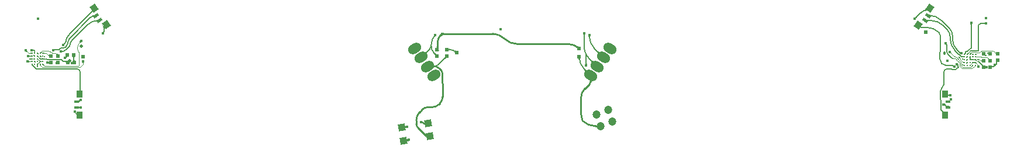
<source format=gtl>
G04*
G04 #@! TF.GenerationSoftware,Altium Limited,Altium Designer,19.1.5 (86)*
G04*
G04 Layer_Physical_Order=1*
G04 Layer_Color=255*
%FSLAX25Y25*%
%MOIN*%
G70*
G01*
G75*
%ADD10C,0.01000*%
%ADD13C,0.00600*%
%ADD15C,0.00800*%
%ADD22P,0.05568X4X324.5*%
%ADD23C,0.01000*%
%ADD24R,0.02200X0.02362*%
%ADD25R,0.02362X0.02200*%
%ADD26R,0.03150X0.01575*%
%ADD27R,0.03543X0.03937*%
G04:AMPARAMS|DCode=28|XSize=31.5mil|YSize=15.75mil|CornerRadius=0mil|HoleSize=0mil|Usage=FLASHONLY|Rotation=215.500|XOffset=0mil|YOffset=0mil|HoleType=Round|Shape=Rectangle|*
%AMROTATEDRECTD28*
4,1,4,0.00825,0.01556,0.01739,0.00274,-0.00825,-0.01556,-0.01739,-0.00274,0.00825,0.01556,0.0*
%
%ADD28ROTATEDRECTD28*%

G04:AMPARAMS|DCode=29|XSize=39.37mil|YSize=35.43mil|CornerRadius=0mil|HoleSize=0mil|Usage=FLASHONLY|Rotation=125.500|XOffset=0mil|YOffset=0mil|HoleType=Round|Shape=Rectangle|*
%AMROTATEDRECTD29*
4,1,4,0.02586,-0.00574,-0.00299,-0.02631,-0.02586,0.00574,0.00299,0.02631,0.02586,-0.00574,0.0*
%
%ADD29ROTATEDRECTD29*%

G04:AMPARAMS|DCode=30|XSize=31.5mil|YSize=15.75mil|CornerRadius=0mil|HoleSize=0mil|Usage=FLASHONLY|Rotation=324.500|XOffset=0mil|YOffset=0mil|HoleType=Round|Shape=Rectangle|*
%AMROTATEDRECTD30*
4,1,4,-0.01739,0.00274,-0.00825,0.01556,0.01739,-0.00274,0.00825,-0.01556,-0.01739,0.00274,0.0*
%
%ADD30ROTATEDRECTD30*%

G04:AMPARAMS|DCode=31|XSize=39.37mil|YSize=35.43mil|CornerRadius=0mil|HoleSize=0mil|Usage=FLASHONLY|Rotation=234.500|XOffset=0mil|YOffset=0mil|HoleType=Round|Shape=Rectangle|*
%AMROTATEDRECTD31*
4,1,4,-0.00299,0.02631,0.02586,0.00574,0.00299,-0.02631,-0.02586,-0.00574,-0.00299,0.02631,0.0*
%
%ADD31ROTATEDRECTD31*%

%ADD32R,0.02165X0.02165*%
%ADD36C,0.01800*%
%ADD49C,0.00400*%
%ADD50C,0.00600*%
G04:AMPARAMS|DCode=51|XSize=55.12mil|YSize=78.74mil|CornerRadius=0mil|HoleSize=0mil|Usage=FLASHONLY|Rotation=235.000|XOffset=0mil|YOffset=0mil|HoleType=Round|Shape=Round|*
%AMOVALD51*
21,1,0.02362,0.05512,0.00000,0.00000,325.0*
1,1,0.05512,-0.00968,0.00677*
1,1,0.05512,0.00968,-0.00677*
%
%ADD51OVALD51*%

G04:AMPARAMS|DCode=52|XSize=55.12mil|YSize=78.74mil|CornerRadius=0mil|HoleSize=0mil|Usage=FLASHONLY|Rotation=125.000|XOffset=0mil|YOffset=0mil|HoleType=Round|Shape=Round|*
%AMOVALD52*
21,1,0.02362,0.05512,0.00000,0.00000,215.0*
1,1,0.05512,0.00968,0.00677*
1,1,0.05512,-0.00968,-0.00677*
%
%ADD52OVALD52*%

%ADD53C,0.04724*%
%ADD54C,0.01600*%
%ADD55C,0.00800*%
%ADD56C,0.02400*%
%ADD57C,0.02000*%
%ADD58C,0.01200*%
G36*
X-238865Y89681D02*
X-238903Y89724D01*
X-238946Y89753D01*
X-238994Y89769D01*
X-239048Y89771D01*
X-239106Y89759D01*
X-239170Y89734D01*
X-239239Y89695D01*
X-239312Y89643D01*
X-239391Y89577D01*
X-239475Y89497D01*
X-239828Y89992D01*
X-239748Y90077D01*
X-239680Y90158D01*
X-239623Y90235D01*
X-239580Y90309D01*
X-239548Y90378D01*
X-239528Y90444D01*
X-239521Y90507D01*
X-239525Y90565D01*
X-239542Y90620D01*
X-239571Y90671D01*
X-238865Y89681D01*
D02*
G37*
G36*
X-238947Y87064D02*
X-239004Y87024D01*
X-239224Y86892D01*
X-239277Y86866D01*
X-239380Y86821D01*
X-239430Y86803D01*
X-239479Y86788D01*
X-238171Y87941D01*
X-238023Y87988D01*
X-237725Y88100D01*
X-237575Y88166D01*
X-237275Y88319D01*
X-236973Y88498D01*
X-236670Y88703D01*
X-238947Y87064D01*
D02*
G37*
G36*
X-236878Y84143D02*
X-236837Y84203D01*
X-236822Y84253D01*
X-236833Y84295D01*
X-236872Y84327D01*
X-236936Y84350D01*
X-237028Y84363D01*
X-237146Y84368D01*
X-237291Y84363D01*
X-237660Y84325D01*
X-236867Y85061D01*
X-236700Y85086D01*
X-236398Y85150D01*
X-236264Y85190D01*
X-236142Y85234D01*
X-236031Y85283D01*
X-235931Y85336D01*
X-235843Y85395D01*
X-235767Y85458D01*
X-235701Y85525D01*
X-236878Y84143D01*
D02*
G37*
G36*
X-231939Y79972D02*
X-232017Y80073D01*
X-232087Y80146D01*
X-232148Y80191D01*
X-232202Y80208D01*
X-232247Y80198D01*
X-232284Y80159D01*
X-232312Y80093D01*
X-232333Y79998D01*
X-232345Y79876D01*
X-232349Y79726D01*
X-233149Y80287D01*
X-233153Y80554D01*
X-233212Y81258D01*
X-233247Y81459D01*
X-233290Y81644D01*
X-233340Y81812D01*
X-233399Y81963D01*
X-233465Y82097D01*
X-233539Y82215D01*
X-231939Y79972D01*
D02*
G37*
G36*
X-39562Y77690D02*
X-39537Y77680D01*
X-39505Y77671D01*
X-39464Y77663D01*
X-39415Y77657D01*
X-39292Y77647D01*
X-39044Y77642D01*
Y76642D01*
X-39135Y76641D01*
X-39464Y76620D01*
X-39505Y76612D01*
X-39537Y76603D01*
X-39562Y76593D01*
X-39577Y76582D01*
Y77702D01*
X-39562Y77690D01*
D02*
G37*
G36*
X-43898Y75607D02*
X-43947Y75601D01*
X-43996Y75589D01*
X-44046Y75570D01*
X-44096Y75544D01*
X-44145Y75511D01*
X-44195Y75472D01*
X-44246Y75426D01*
X-44296Y75373D01*
X-44347Y75313D01*
X-44398Y75246D01*
X-44992Y75789D01*
X-44940Y75861D01*
X-44818Y76057D01*
X-44789Y76115D01*
X-44766Y76170D01*
X-44748Y76222D01*
X-44736Y76270D01*
X-44730Y76315D01*
X-44730Y76357D01*
X-43898Y75607D01*
D02*
G37*
G36*
X-245680Y72230D02*
X-245777Y72224D01*
X-245869Y72213D01*
X-245954Y72197D01*
X-246033Y72176D01*
X-246106Y72150D01*
X-246173Y72119D01*
X-246234Y72083D01*
X-246289Y72042D01*
X-246338Y71996D01*
X-246380Y71946D01*
X-246677Y72217D01*
X-246640Y72272D01*
X-246607Y72332D01*
X-246579Y72397D01*
X-246555Y72466D01*
X-246536Y72541D01*
X-246521Y72620D01*
X-246511Y72704D01*
X-246505Y72793D01*
X-246508Y72985D01*
X-245680Y72230D01*
D02*
G37*
G36*
X-256000Y70332D02*
X-256012Y70329D01*
X-256025Y70325D01*
X-256038Y70319D01*
X-256053Y70310D01*
X-256069Y70300D01*
X-256086Y70287D01*
X-256123Y70257D01*
X-256164Y70217D01*
X-256447Y70500D01*
X-256426Y70521D01*
X-256377Y70578D01*
X-256364Y70595D01*
X-256354Y70611D01*
X-256346Y70626D01*
X-256339Y70640D01*
X-256335Y70652D01*
X-256333Y70664D01*
X-256000Y70332D01*
D02*
G37*
G36*
X-42126Y70087D02*
X-42113Y69917D01*
X-42091Y69767D01*
X-42061Y69637D01*
X-42022Y69527D01*
X-41974Y69437D01*
X-41917Y69367D01*
X-41852Y69317D01*
X-41778Y69287D01*
X-41696Y69277D01*
X-43630Y69265D01*
X-43535Y69276D01*
X-43450Y69306D01*
X-43375Y69357D01*
X-43310Y69428D01*
X-43255Y69520D01*
X-43210Y69631D01*
X-43175Y69762D01*
X-43150Y69914D01*
X-43135Y70085D01*
X-43130Y70277D01*
X-42130D01*
X-42126Y70087D01*
D02*
G37*
G36*
X-273387Y68322D02*
X-273332Y68277D01*
X-273274Y68238D01*
X-273213Y68205D01*
X-273150Y68176D01*
X-273083Y68153D01*
X-273014Y68134D01*
X-272942Y68121D01*
X-272867Y68114D01*
X-272789Y68111D01*
Y67511D01*
X-272867Y67508D01*
X-272942Y67501D01*
X-273014Y67488D01*
X-273083Y67469D01*
X-273150Y67446D01*
X-273213Y67417D01*
X-273274Y67384D01*
X-273332Y67345D01*
X-273387Y67300D01*
X-273440Y67251D01*
Y68371D01*
X-273387Y68322D01*
D02*
G37*
G36*
X-48325Y66622D02*
X-48442Y66499D01*
X-48541Y66384D01*
X-48621Y66276D01*
X-48682Y66175D01*
X-48725Y66082D01*
X-48748Y65996D01*
X-48754Y65918D01*
X-48740Y65848D01*
X-48708Y65785D01*
X-48656Y65729D01*
X-49871Y66768D01*
X-49807Y66725D01*
X-49736Y66701D01*
X-49659Y66694D01*
X-49574Y66706D01*
X-49483Y66735D01*
X-49385Y66783D01*
X-49280Y66849D01*
X-49168Y66932D01*
X-49050Y67034D01*
X-48924Y67154D01*
X-48325Y66622D01*
D02*
G37*
G36*
X-276507Y67524D02*
X-276490Y67344D01*
X-276475Y67262D01*
X-276454Y67185D01*
X-276429Y67114D01*
X-276399Y67049D01*
X-276364Y66988D01*
X-276325Y66933D01*
X-276280Y66884D01*
X-276563Y66601D01*
X-276613Y66645D01*
X-276667Y66685D01*
X-276728Y66720D01*
X-276793Y66750D01*
X-276864Y66775D01*
X-276941Y66796D01*
X-277023Y66811D01*
X-277110Y66822D01*
X-277203Y66828D01*
X-277301Y66830D01*
X-276509Y67622D01*
X-276507Y67524D01*
D02*
G37*
G36*
X-256819Y67460D02*
X-256759Y67421D01*
X-256697Y67388D01*
X-256633Y67363D01*
X-256568Y67345D01*
X-256501Y67334D01*
X-256432Y67330D01*
X-256362Y67333D01*
X-256290Y67343D01*
X-256216Y67360D01*
X-256167Y66752D01*
X-256245Y66730D01*
X-256391Y66677D01*
X-256458Y66646D01*
X-256521Y66611D01*
X-256581Y66574D01*
X-256637Y66533D01*
X-256690Y66488D01*
X-256738Y66441D01*
X-256784Y66390D01*
X-256878Y67506D01*
X-256819Y67460D01*
D02*
G37*
G36*
X-272038Y67146D02*
X-272042Y67127D01*
X-272046Y67099D01*
X-272052Y67016D01*
X-272056Y66821D01*
X-272050Y66773D01*
X-272041Y66716D01*
X-272027Y66659D01*
X-272009Y66603D01*
X-271987Y66548D01*
X-271961Y66493D01*
X-271931Y66438D01*
X-271897Y66385D01*
X-271859Y66331D01*
X-272658D01*
X-272620Y66385D01*
X-272586Y66438D01*
X-272556Y66493D01*
X-272530Y66548D01*
X-272508Y66603D01*
X-272490Y66659D01*
X-272476Y66716D01*
X-272466Y66773D01*
X-272465Y66785D01*
X-272484Y67156D01*
X-272033D01*
X-272038Y67146D01*
D02*
G37*
G36*
X-268360Y66495D02*
X-268400Y66453D01*
X-268437Y66408D01*
X-268470Y66360D01*
X-268500Y66310D01*
X-268527Y66258D01*
X-268551Y66203D01*
X-268571Y66146D01*
X-268589Y66087D01*
X-268603Y66025D01*
X-268614Y65961D01*
X-269178Y66526D01*
X-269114Y66536D01*
X-269052Y66550D01*
X-268992Y66568D01*
X-268935Y66588D01*
X-268880Y66612D01*
X-268828Y66639D01*
X-268778Y66669D01*
X-268730Y66702D01*
X-268686Y66739D01*
X-268643Y66779D01*
X-268360Y66495D01*
D02*
G37*
G36*
X-267180Y66392D02*
X-267126Y66358D01*
X-267072Y66328D01*
X-267017Y66302D01*
X-266962Y66280D01*
X-266906Y66262D01*
X-266849Y66248D01*
X-266792Y66238D01*
X-266734Y66233D01*
X-266676Y66230D01*
Y65830D01*
X-266734Y65829D01*
X-266792Y65822D01*
X-266849Y65812D01*
X-266906Y65799D01*
X-266962Y65781D01*
X-267017Y65759D01*
X-267072Y65733D01*
X-267126Y65703D01*
X-267180Y65669D01*
X-267233Y65631D01*
Y66430D01*
X-267180Y66392D01*
D02*
G37*
G36*
X-274134Y65631D02*
X-274187Y65669D01*
X-274241Y65702D01*
X-274295Y65732D01*
X-274350Y65758D01*
X-274405Y65780D01*
X-274461Y65798D01*
X-274518Y65812D01*
X-274575Y65822D01*
X-274633Y65828D01*
X-274691Y65830D01*
X-274692Y66230D01*
X-274634Y66232D01*
X-274576Y66238D01*
X-274519Y66248D01*
X-274462Y66262D01*
X-274406Y66280D01*
X-274351Y66302D01*
X-274296Y66328D01*
X-274242Y66358D01*
X-274188Y66392D01*
X-274134Y66430D01*
X-274134Y65631D01*
D02*
G37*
G36*
X-259548Y65794D02*
X-259432Y65699D01*
X-259374Y65661D01*
X-259317Y65629D01*
X-259261Y65602D01*
X-259205Y65582D01*
X-259150Y65567D01*
X-259095Y65558D01*
X-259041Y65555D01*
X-260172D01*
X-260119Y65558D01*
X-260078Y65567D01*
X-260048Y65582D01*
X-260031Y65602D01*
X-260025Y65629D01*
X-260031Y65661D01*
X-260048Y65699D01*
X-260078Y65744D01*
X-260119Y65794D01*
X-260172Y65850D01*
X-259606D01*
X-259548Y65794D01*
D02*
G37*
G36*
X-263974Y64174D02*
X-263977Y64217D01*
X-263988Y64259D01*
X-264007Y64301D01*
X-264033Y64343D01*
X-264066Y64384D01*
X-264107Y64425D01*
X-264156Y64465D01*
X-264211Y64506D01*
X-264274Y64546D01*
X-264345Y64586D01*
X-264330Y65050D01*
X-264262Y65016D01*
X-264202Y64991D01*
X-264148Y64973D01*
X-264102Y64964D01*
X-264063Y64963D01*
X-264031Y64970D01*
X-264006Y64985D01*
X-263988Y65009D01*
X-263977Y65040D01*
X-263974Y65080D01*
Y64174D01*
D02*
G37*
G36*
X-275482Y64940D02*
X-275339Y64828D01*
X-275268Y64782D01*
X-275198Y64743D01*
X-275129Y64711D01*
X-275061Y64687D01*
X-274993Y64669D01*
X-274927Y64658D01*
X-274861Y64655D01*
X-274848Y64255D01*
X-274915Y64251D01*
X-274982Y64240D01*
X-275049Y64222D01*
X-275116Y64196D01*
X-275183Y64163D01*
X-275251Y64123D01*
X-275318Y64075D01*
X-275385Y64020D01*
X-275453Y63958D01*
X-275520Y63888D01*
X-275531Y64242D01*
X-275786Y64230D01*
Y64680D01*
X-275775Y64675D01*
X-275756Y64671D01*
X-275728Y64667D01*
X-275645Y64661D01*
X-275545Y64660D01*
X-275555Y65007D01*
X-275482Y64940D01*
D02*
G37*
G36*
X-44021Y66136D02*
X-43473Y65672D01*
X-43324Y65572D01*
X-43190Y65500D01*
X-43074Y65455D01*
X-42973Y65438D01*
X-42889Y65448D01*
X-42822Y65485D01*
X-44022Y64447D01*
X-43976Y64507D01*
X-43958Y64583D01*
X-43968Y64675D01*
X-44004Y64784D01*
X-44069Y64909D01*
X-44160Y65050D01*
X-44279Y65208D01*
X-44426Y65382D01*
X-44802Y65780D01*
X-44236Y66346D01*
X-44021Y66136D01*
D02*
G37*
G36*
X-274134Y64056D02*
X-274187Y64094D01*
X-274241Y64128D01*
X-274295Y64157D01*
X-274350Y64183D01*
X-274405Y64205D01*
X-274461Y64223D01*
X-274518Y64237D01*
X-274575Y64247D01*
X-274633Y64253D01*
X-274691Y64255D01*
X-274692Y64655D01*
X-274634Y64657D01*
X-274576Y64663D01*
X-274519Y64673D01*
X-274462Y64687D01*
X-274406Y64705D01*
X-274351Y64727D01*
X-274296Y64753D01*
X-274242Y64783D01*
X-274188Y64817D01*
X-274134Y64855D01*
X-274134Y64056D01*
D02*
G37*
G36*
X-270179Y64416D02*
X-270170Y64355D01*
X-270157Y64296D01*
X-270140Y64239D01*
X-270119Y64185D01*
X-270095Y64132D01*
X-270066Y64082D01*
X-270033Y64034D01*
X-269997Y63988D01*
X-269956Y63945D01*
X-270268Y63691D01*
X-270312Y63733D01*
X-270358Y63771D01*
X-270405Y63807D01*
X-270454Y63839D01*
X-270504Y63868D01*
X-270556Y63894D01*
X-270609Y63916D01*
X-270664Y63936D01*
X-270721Y63952D01*
X-270779Y63965D01*
X-270184Y64480D01*
X-270179Y64416D01*
D02*
G37*
G36*
X-253505Y63979D02*
X-253595Y63959D01*
X-253689Y63926D01*
X-253788Y63880D01*
X-253892Y63822D01*
X-254001Y63751D01*
X-254114Y63667D01*
X-254353Y63460D01*
X-254480Y63337D01*
X-255116Y63550D01*
X-255061Y63606D01*
X-254930Y63757D01*
X-254899Y63801D01*
X-254872Y63842D01*
X-254852Y63879D01*
X-254838Y63914D01*
X-254829Y63946D01*
X-254826Y63974D01*
X-253419Y63986D01*
X-253505Y63979D01*
D02*
G37*
G36*
X-249235Y63978D02*
X-249303Y63953D01*
X-249362Y63913D01*
X-249414Y63856D01*
X-249459Y63783D01*
X-249495Y63694D01*
X-249522Y63588D01*
X-249542Y63466D01*
X-249554Y63328D01*
X-249558Y63174D01*
X-250359D01*
X-250362Y63328D01*
X-250375Y63466D01*
X-250395Y63588D01*
X-250423Y63694D01*
X-250459Y63783D01*
X-250502Y63856D01*
X-250554Y63913D01*
X-250615Y63953D01*
X-250682Y63978D01*
X-250759Y63986D01*
X-249159D01*
X-249235Y63978D01*
D02*
G37*
G36*
X-267534Y62880D02*
X-267835Y62481D01*
X-267888Y62519D01*
X-267942Y62553D01*
X-267996Y62583D01*
X-268051Y62609D01*
X-268106Y62631D01*
X-268162Y62649D01*
X-268219Y62663D01*
X-268276Y62673D01*
X-268321Y62677D01*
X-268367Y62673D01*
X-268424Y62663D01*
X-268481Y62649D01*
X-268537Y62631D01*
X-268592Y62609D01*
X-268647Y62583D01*
X-268701Y62553D01*
X-268755Y62519D01*
X-268808Y62481D01*
X-268808Y63280D01*
X-268755Y63242D01*
X-268701Y63208D01*
X-268647Y63178D01*
X-268592Y63152D01*
X-268536Y63130D01*
X-268480Y63112D01*
X-268424Y63099D01*
X-268366Y63089D01*
X-268321Y63084D01*
X-268277Y63089D01*
X-268219Y63099D01*
X-268163Y63112D01*
X-268107Y63130D01*
X-268051Y63152D01*
X-267997Y63178D01*
X-267942Y63208D01*
X-267888Y63242D01*
X-267835Y63280D01*
X-267534Y62880D01*
D02*
G37*
G36*
X-274155Y63057D02*
X-274076Y63060D01*
Y62610D01*
X-274086Y62615D01*
X-274106Y62619D01*
X-274124Y62621D01*
X-274113Y62467D01*
X-274164Y62499D01*
X-274215Y62527D01*
X-274268Y62553D01*
X-274322Y62575D01*
X-274377Y62593D01*
X-274433Y62608D01*
X-274480Y62618D01*
X-274501Y62612D01*
X-274529Y62602D01*
X-274554Y62590D01*
X-274575Y62576D01*
X-274593Y62560D01*
X-274609Y62542D01*
X-274619Y62613D01*
X-274677Y62610D01*
Y62716D01*
X-274709Y63035D01*
X-274678Y63036D01*
X-274686Y63097D01*
X-274669Y63085D01*
X-274649Y63074D01*
X-274626Y63065D01*
X-274600Y63057D01*
X-274571Y63051D01*
X-274563Y63049D01*
X-274534Y63055D01*
X-274478Y63070D01*
X-274424Y63089D01*
X-274370Y63113D01*
X-274318Y63141D01*
X-274267Y63174D01*
X-274217Y63211D01*
X-274169Y63252D01*
X-274155Y63057D01*
D02*
G37*
G36*
X-269576Y63568D02*
X-269531Y63531D01*
X-269482Y63499D01*
X-269432Y63470D01*
X-269380Y63445D01*
X-269325Y63424D01*
X-269268Y63407D01*
X-269209Y63394D01*
X-269148Y63385D01*
X-269085Y63380D01*
X-269600Y62786D01*
X-269613Y62844D01*
X-269629Y62900D01*
X-269648Y62955D01*
X-269671Y63009D01*
X-269697Y63060D01*
X-269726Y63111D01*
X-269758Y63160D01*
X-269793Y63207D01*
X-269832Y63253D01*
X-269874Y63297D01*
X-269620Y63609D01*
X-269576Y63568D01*
D02*
G37*
G36*
X-267180Y63242D02*
X-267126Y63208D01*
X-267072Y63178D01*
X-267017Y63152D01*
X-266961Y63130D01*
X-266905Y63112D01*
X-266849Y63099D01*
X-266792Y63089D01*
X-266734Y63082D01*
X-266683Y63081D01*
X-266183Y63106D01*
Y62655D01*
X-266193Y62660D01*
X-266212Y62664D01*
X-266240Y62668D01*
X-266324Y62674D01*
X-266680Y62680D01*
X-266734Y62678D01*
X-266792Y62673D01*
X-266849Y62663D01*
X-266906Y62649D01*
X-266962Y62631D01*
X-267017Y62609D01*
X-267072Y62583D01*
X-267126Y62553D01*
X-267180Y62519D01*
X-267233Y62481D01*
X-267534Y62880D01*
X-267233Y63280D01*
X-267180Y63242D01*
D02*
G37*
G36*
X-270178Y62886D02*
X-270164Y62824D01*
X-270146Y62765D01*
X-270126Y62707D01*
X-270102Y62653D01*
X-270075Y62600D01*
X-270045Y62550D01*
X-270012Y62503D01*
X-269975Y62458D01*
X-269935Y62415D01*
X-270218Y62133D01*
X-270261Y62172D01*
X-270306Y62209D01*
X-270353Y62242D01*
X-270403Y62273D01*
X-270456Y62299D01*
X-270510Y62323D01*
X-270567Y62344D01*
X-270627Y62361D01*
X-270689Y62375D01*
X-270753Y62386D01*
X-270189Y62950D01*
X-270178Y62886D01*
D02*
G37*
G36*
X-249554Y62380D02*
X-249542Y62244D01*
X-249522Y62124D01*
X-249495Y62020D01*
X-249459Y61932D01*
X-249414Y61860D01*
X-249362Y61804D01*
X-249303Y61764D01*
X-249235Y61740D01*
X-249159Y61732D01*
X-250641D01*
X-250587Y61740D01*
X-250539Y61764D01*
X-250497Y61804D01*
X-250460Y61860D01*
X-250429Y61932D01*
X-250404Y62020D01*
X-250384Y62124D01*
X-250370Y62244D01*
X-250361Y62380D01*
X-250359Y62532D01*
X-249558D01*
X-249554Y62380D01*
D02*
G37*
G36*
X-252273Y61732D02*
X-252262Y61732D01*
X-252254Y61731D01*
X-252246Y61730D01*
X-252241Y61727D01*
X-252237Y61725D01*
X-252235Y61722D01*
X-252235Y61718D01*
X-252236Y61714D01*
X-252239Y61709D01*
X-252244Y61703D01*
X-252273Y61732D01*
X-253006D01*
X-253013Y61736D01*
X-253011Y61748D01*
X-253000Y61768D01*
X-252980Y61795D01*
X-252951Y61831D01*
X-252808Y61985D01*
X-252668Y62128D01*
X-252273Y61732D01*
D02*
G37*
G36*
X-267835Y60906D02*
X-267888Y60944D01*
X-267941Y60978D01*
X-267996Y61008D01*
X-268051Y61034D01*
X-268106Y61056D01*
X-268162Y61073D01*
X-268219Y61087D01*
X-268276Y61097D01*
X-268321Y61102D01*
X-268367Y61097D01*
X-268424Y61087D01*
X-268481Y61073D01*
X-268537Y61056D01*
X-268592Y61034D01*
X-268647Y61008D01*
X-268702Y60978D01*
X-268755Y60944D01*
X-268808Y60906D01*
X-268808Y61705D01*
X-268754Y61667D01*
X-268701Y61633D01*
X-268646Y61603D01*
X-268591Y61577D01*
X-268536Y61555D01*
X-268480Y61537D01*
X-268423Y61523D01*
X-268366Y61513D01*
X-268321Y61509D01*
X-268277Y61513D01*
X-268220Y61523D01*
X-268163Y61537D01*
X-268107Y61555D01*
X-268052Y61577D01*
X-267997Y61603D01*
X-267942Y61633D01*
X-267888Y61667D01*
X-267835Y61705D01*
X-267835Y60906D01*
D02*
G37*
G36*
X-274134D02*
X-274187Y60944D01*
X-274241Y60978D01*
X-274295Y61008D01*
X-274350Y61034D01*
X-274405Y61056D01*
X-274461Y61073D01*
X-274518Y61087D01*
X-274575Y61097D01*
X-274633Y61103D01*
X-274691Y61105D01*
X-274692Y61505D01*
X-274634Y61507D01*
X-274576Y61513D01*
X-274519Y61523D01*
X-274462Y61537D01*
X-274406Y61555D01*
X-274351Y61577D01*
X-274296Y61603D01*
X-274242Y61633D01*
X-274188Y61667D01*
X-274134Y61705D01*
X-274134Y60906D01*
D02*
G37*
G36*
X-252486Y60887D02*
X-252595Y60887D01*
X-252699Y60880D01*
X-252799Y60867D01*
X-252893Y60847D01*
X-252983Y60821D01*
X-253068Y60787D01*
X-253148Y60747D01*
X-253224Y60701D01*
X-253295Y60647D01*
X-253361Y60587D01*
X-253775Y61021D01*
X-253715Y61087D01*
X-253661Y61157D01*
X-253614Y61232D01*
X-253572Y61313D01*
X-253537Y61398D01*
X-253508Y61488D01*
X-253485Y61584D01*
X-253468Y61684D01*
X-253457Y61789D01*
X-253453Y61899D01*
X-252486Y60887D01*
D02*
G37*
G36*
X-254394Y61629D02*
X-254391Y61626D01*
X-254386Y61623D01*
X-254408Y61602D01*
X-254408Y61599D01*
X-254408Y61589D01*
Y60876D01*
X-254412Y60865D01*
X-254424Y60863D01*
X-254445Y60871D01*
X-254473Y60889D01*
X-254509Y60917D01*
X-254606Y61001D01*
X-254811Y61199D01*
X-254408Y61602D01*
X-254407Y61608D01*
X-254406Y61616D01*
X-254405Y61621D01*
X-254403Y61625D01*
X-254400Y61628D01*
X-254398Y61629D01*
X-254394Y61629D01*
D02*
G37*
G36*
X-275614Y61777D02*
X-275462Y61670D01*
X-275388Y61626D01*
X-275315Y61589D01*
X-275244Y61559D01*
X-275175Y61536D01*
X-275108Y61519D01*
X-275042Y61509D01*
X-274978Y61505D01*
X-274939Y61105D01*
X-275007Y61102D01*
X-275074Y61090D01*
X-275141Y61071D01*
X-275206Y61045D01*
X-275272Y61010D01*
X-275336Y60969D01*
X-275400Y60919D01*
X-275463Y60863D01*
X-275525Y60798D01*
X-275587Y60726D01*
X-275693Y61841D01*
X-275614Y61777D01*
D02*
G37*
G36*
X-269532Y62015D02*
X-269487Y61978D01*
X-269439Y61945D01*
X-269389Y61914D01*
X-269337Y61888D01*
X-269282Y61864D01*
X-269225Y61843D01*
X-269166Y61826D01*
X-269104Y61812D01*
X-269039Y61801D01*
X-269534Y61306D01*
X-269039Y60811D01*
X-269103Y60800D01*
X-269165Y60786D01*
X-269225Y60769D01*
X-269282Y60748D01*
X-269337Y60725D01*
X-269389Y60698D01*
X-269439Y60667D01*
X-269486Y60634D01*
X-269531Y60597D01*
X-269574Y60558D01*
X-269857Y60840D01*
X-269817Y60883D01*
X-269781Y60928D01*
X-269747Y60975D01*
X-269717Y61025D01*
X-269690Y61077D01*
X-269667Y61132D01*
X-269646Y61189D01*
X-269629Y61249D01*
X-269616Y61306D01*
X-269629Y61363D01*
X-269646Y61422D01*
X-269667Y61480D01*
X-269690Y61534D01*
X-269717Y61586D01*
X-269747Y61636D01*
X-269781Y61684D01*
X-269817Y61729D01*
X-269857Y61772D01*
X-269574Y62054D01*
X-269532Y62015D01*
D02*
G37*
G36*
X-244149Y60877D02*
X-244265Y60738D01*
X-244311Y60669D01*
X-244351Y60600D01*
X-244383Y60532D01*
X-244409Y60465D01*
X-244427Y60397D01*
X-244437Y60331D01*
X-244441Y60264D01*
X-244841D01*
X-244845Y60331D01*
X-244855Y60397D01*
X-244873Y60465D01*
X-244899Y60532D01*
X-244931Y60600D01*
X-244971Y60669D01*
X-245017Y60738D01*
X-245071Y60807D01*
X-245133Y60877D01*
X-245201Y60948D01*
X-244081D01*
X-244149Y60877D01*
D02*
G37*
G36*
X-264267Y61121D02*
X-264128Y61006D01*
X-264059Y60959D01*
X-264009Y60930D01*
X-263990Y60958D01*
X-263978Y60992D01*
X-263974Y61030D01*
Y60912D01*
X-263922Y60887D01*
X-263855Y60862D01*
X-263787Y60844D01*
X-263721Y60833D01*
X-263654Y60830D01*
Y60430D01*
X-263721Y60426D01*
X-263787Y60415D01*
X-263855Y60397D01*
X-263922Y60372D01*
X-263974Y60348D01*
Y60230D01*
X-263978Y60268D01*
X-263990Y60302D01*
X-264009Y60329D01*
X-264059Y60300D01*
X-264128Y60253D01*
X-264197Y60199D01*
X-264267Y60138D01*
X-264338Y60070D01*
Y60429D01*
X-264386Y60430D01*
Y60830D01*
X-264338Y60831D01*
Y61190D01*
X-264267Y61121D01*
D02*
G37*
G36*
X-259172Y60741D02*
X-259032Y60626D01*
X-258963Y60579D01*
X-258895Y60540D01*
X-258827Y60507D01*
X-258759Y60482D01*
X-258692Y60464D01*
X-258625Y60453D01*
X-258559Y60450D01*
Y60050D01*
X-258625Y60046D01*
X-258692Y60035D01*
X-258759Y60017D01*
X-258827Y59992D01*
X-258895Y59960D01*
X-258963Y59920D01*
X-259032Y59873D01*
X-259102Y59819D01*
X-259172Y59758D01*
X-259242Y59690D01*
Y60810D01*
X-259172Y60741D01*
D02*
G37*
G36*
X-269935Y60196D02*
X-269975Y60154D01*
X-270012Y60109D01*
X-270045Y60061D01*
X-270075Y60011D01*
X-270102Y59959D01*
X-270126Y59904D01*
X-270146Y59847D01*
X-270164Y59788D01*
X-270178Y59726D01*
X-270189Y59661D01*
X-270753Y60226D01*
X-270689Y60237D01*
X-270626Y60251D01*
X-270567Y60268D01*
X-270510Y60289D01*
X-270455Y60313D01*
X-270403Y60340D01*
X-270353Y60370D01*
X-270305Y60403D01*
X-270260Y60440D01*
X-270218Y60479D01*
X-269935Y60196D01*
D02*
G37*
G36*
X-270495Y59425D02*
X-270291Y59421D01*
X-270330Y59369D01*
X-270365Y59316D01*
X-270396Y59263D01*
X-270423Y59208D01*
X-270432Y59184D01*
X-270417Y59154D01*
X-270389Y59106D01*
X-270356Y59060D01*
X-270318Y59015D01*
X-270276Y58971D01*
X-270490D01*
X-270494Y58926D01*
X-270496Y58868D01*
X-270896Y58879D01*
X-270898Y58938D01*
X-270901Y58971D01*
X-271116D01*
X-271075Y59015D01*
X-271037Y59060D01*
X-271004Y59106D01*
X-270975Y59154D01*
X-270955Y59195D01*
X-270965Y59222D01*
X-270990Y59276D01*
X-271019Y59330D01*
X-271051Y59383D01*
X-271087Y59436D01*
X-270898Y59433D01*
X-270896Y59468D01*
X-270496D01*
X-270495Y59425D01*
D02*
G37*
G36*
X-267028Y59736D02*
X-267014Y59674D01*
X-266997Y59614D01*
X-266976Y59557D01*
X-266953Y59503D01*
X-266926Y59450D01*
X-266896Y59400D01*
X-266862Y59353D01*
X-266826Y59308D01*
X-266786Y59265D01*
X-267069Y58983D01*
X-267112Y59023D01*
X-267157Y59059D01*
X-267204Y59093D01*
X-267254Y59123D01*
X-267306Y59150D01*
X-267361Y59173D01*
X-267418Y59194D01*
X-267478Y59211D01*
X-267540Y59225D01*
X-267604Y59236D01*
X-267039Y59801D01*
X-267028Y59736D01*
D02*
G37*
G36*
X-268808Y59328D02*
X-268829Y59299D01*
X-268848Y59266D01*
X-268864Y59229D01*
X-268878Y59187D01*
X-268889Y59140D01*
X-268898Y59088D01*
X-268904Y59032D01*
X-268909Y58906D01*
X-269309D01*
X-269310Y58972D01*
X-269320Y59088D01*
X-269329Y59140D01*
X-269340Y59187D01*
X-269354Y59229D01*
X-269370Y59266D01*
X-269389Y59299D01*
X-269410Y59328D01*
X-269434Y59351D01*
X-268784D01*
X-268808Y59328D01*
D02*
G37*
G36*
X-273330Y59670D02*
X-273320Y59614D01*
X-273302Y59556D01*
X-273276Y59496D01*
X-273242Y59433D01*
X-273201Y59368D01*
X-273153Y59300D01*
X-273096Y59231D01*
X-272961Y59085D01*
X-273553Y58828D01*
X-273954Y59246D01*
X-273333Y59724D01*
X-273330Y59670D01*
D02*
G37*
G36*
X-44628Y59169D02*
X-44620Y59105D01*
X-44592Y59052D01*
X-44544Y59010D01*
X-44476Y58978D01*
X-44388Y58957D01*
X-44280Y58946D01*
X-44152Y58946D01*
X-44004Y58957D01*
X-43835Y58978D01*
X-44026Y58103D01*
X-44207Y58072D01*
X-44518Y57995D01*
X-44648Y57949D01*
X-44762Y57898D01*
X-44859Y57842D01*
X-44939Y57781D01*
X-45003Y57715D01*
X-45050Y57644D01*
X-45080Y57568D01*
X-44616Y59243D01*
X-44628Y59169D01*
D02*
G37*
G36*
X-246006Y45035D02*
X-245997Y44930D01*
X-245982Y44839D01*
X-245961Y44759D01*
X-245934Y44692D01*
X-245901Y44637D01*
X-245862Y44594D01*
X-245817Y44563D01*
X-245766Y44545D01*
X-245709Y44539D01*
X-246909D01*
X-246852Y44545D01*
X-246801Y44563D01*
X-246756Y44594D01*
X-246717Y44637D01*
X-246684Y44692D01*
X-246657Y44759D01*
X-246636Y44839D01*
X-246621Y44930D01*
X-246612Y45035D01*
X-246609Y45151D01*
X-246009D01*
X-246006Y45035D01*
D02*
G37*
G36*
X-246337Y38906D02*
X-246438Y38802D01*
X-246495Y38735D01*
X-246341Y38480D01*
X-246408Y38493D01*
X-246473Y38499D01*
X-246538Y38498D01*
X-246602Y38489D01*
X-246665Y38472D01*
X-246723Y38450D01*
X-246753Y38395D01*
X-246778Y38337D01*
X-246789Y38287D01*
X-246787Y38244D01*
X-246773Y38209D01*
X-246873Y38358D01*
X-246907Y38332D01*
X-246965Y38278D01*
X-247275Y38816D01*
X-247223Y38871D01*
X-247221Y38873D01*
X-247325Y39027D01*
X-247299Y39003D01*
X-247263Y38995D01*
X-247218Y39001D01*
X-247163Y39022D01*
X-247098Y39058D01*
X-247068Y39079D01*
X-247050Y39108D01*
X-247017Y39171D01*
X-246987Y39235D01*
X-246961Y39301D01*
X-246939Y39369D01*
X-246921Y39438D01*
X-246824Y39278D01*
X-246741Y39352D01*
X-246628Y39463D01*
X-246337Y38906D01*
D02*
G37*
G36*
X-246767Y35672D02*
X-246748Y35621D01*
X-246718Y35576D01*
X-246675Y35537D01*
X-246650Y35522D01*
X-246648Y35523D01*
X-246587Y35557D01*
X-246529Y35596D01*
X-246474Y35640D01*
X-246421Y35689D01*
Y35448D01*
X-246381Y35441D01*
X-246277Y35432D01*
X-246161Y35429D01*
Y34829D01*
X-246277Y34826D01*
X-246381Y34817D01*
X-246421Y34811D01*
Y34569D01*
X-246474Y34619D01*
X-246529Y34663D01*
X-246587Y34702D01*
X-246648Y34736D01*
X-246650Y34736D01*
X-246675Y34721D01*
X-246718Y34682D01*
X-246748Y34637D01*
X-246767Y34586D01*
X-246773Y34529D01*
Y34786D01*
X-246778Y34788D01*
X-246847Y34806D01*
X-246919Y34819D01*
X-246994Y34827D01*
X-247072Y34829D01*
Y35429D01*
X-246994Y35432D01*
X-246919Y35440D01*
X-246847Y35453D01*
X-246778Y35471D01*
X-246773Y35473D01*
Y35729D01*
X-246767Y35672D01*
D02*
G37*
G36*
X-248300Y30654D02*
X-248303Y30709D01*
X-248311Y30763D01*
X-248326Y30819D01*
X-248347Y30875D01*
X-248373Y30931D01*
X-248406Y30988D01*
X-248444Y31045D01*
X-248488Y31103D01*
X-248538Y31161D01*
X-248594Y31220D01*
Y31786D01*
X-248538Y31732D01*
X-248488Y31691D01*
X-248444Y31662D01*
X-248406Y31644D01*
X-248373Y31638D01*
X-248347Y31644D01*
X-248326Y31662D01*
X-248311Y31691D01*
X-248303Y31732D01*
X-248300Y31786D01*
Y30654D01*
D02*
G37*
G36*
X-48804Y17997D02*
X-48820Y18045D01*
X-48854Y18099D01*
X-48905Y18160D01*
X-48973Y18228D01*
X-49059Y18302D01*
X-49282Y18469D01*
X-49575Y18663D01*
X-49748Y18770D01*
X-49172Y19597D01*
X-49151Y19586D01*
X-49134Y19582D01*
X-49119Y19584D01*
X-49107Y19593D01*
X-49099Y19608D01*
X-49093Y19629D01*
X-49091Y19656D01*
X-49091Y19690D01*
X-49095Y19730D01*
X-49102Y19777D01*
X-48804Y17997D01*
D02*
G37*
G36*
X-60091Y17117D02*
X-60061Y17044D01*
X-60022Y16988D01*
X-59972Y16948D01*
X-59914Y16924D01*
X-59846Y16916D01*
X-59769Y16925D01*
X-59682Y16949D01*
X-59586Y16990D01*
X-59481Y17047D01*
X-58965Y16168D01*
X-59133Y16064D01*
X-59411Y15863D01*
X-59521Y15766D01*
X-59612Y15670D01*
X-59684Y15577D01*
X-59737Y15485D01*
X-59771Y15396D01*
X-59785Y15309D01*
X-59781Y15223D01*
X-60112Y17206D01*
X-60091Y17117D01*
D02*
G37*
G36*
X237166Y90110D02*
X237072Y90170D01*
X236972Y90220D01*
X236866Y90261D01*
X236755Y90292D01*
X236638Y90314D01*
X236516Y90327D01*
X236388Y90330D01*
X236254Y90324D01*
X236114Y90308D01*
X235969Y90283D01*
X235031Y90864D01*
X235099Y90880D01*
X235163Y90901D01*
X235226Y90926D01*
X235285Y90955D01*
X235342Y90989D01*
X235395Y91027D01*
X235446Y91070D01*
X235495Y91117D01*
X235540Y91168D01*
X235583Y91224D01*
X237166Y90110D01*
D02*
G37*
G36*
X236981Y88256D02*
X237090Y88200D01*
X237213Y88148D01*
X237348Y88102D01*
X237497Y88061D01*
X237835Y87994D01*
X238024Y87967D01*
X238442Y87930D01*
X238869Y87276D01*
X238764Y87279D01*
X238680Y87276D01*
X238615Y87266D01*
X238571Y87249D01*
X238547Y87225D01*
X238544Y87194D01*
X238561Y87156D01*
X238597Y87111D01*
X238654Y87059D01*
X238731Y87000D01*
X236885Y88317D01*
X236981Y88256D01*
D02*
G37*
G36*
X230604Y86329D02*
X230544Y86267D01*
X230443Y86148D01*
X230403Y86092D01*
X230368Y86037D01*
X230340Y85984D01*
X230318Y85933D01*
X230303Y85884D01*
X230294Y85836D01*
X230291Y85790D01*
X229499Y86582D01*
X229545Y86585D01*
X229593Y86594D01*
X229642Y86610D01*
X229693Y86631D01*
X229746Y86659D01*
X229801Y86694D01*
X229857Y86734D01*
X229916Y86781D01*
X230038Y86895D01*
X230604Y86329D01*
D02*
G37*
G36*
X235770Y85249D02*
X235859Y85199D01*
X235952Y85156D01*
X236048Y85118D01*
X236149Y85086D01*
X236254Y85060D01*
X236363Y85040D01*
X236475Y85025D01*
X236592Y85017D01*
X236713Y85014D01*
X237554Y84414D01*
X236973Y84400D01*
X235685Y85304D01*
X235770Y85249D01*
D02*
G37*
G36*
X269410Y82637D02*
X269357Y82686D01*
X269302Y82730D01*
X269244Y82769D01*
X269183Y82803D01*
X269120Y82832D01*
X269053Y82855D01*
X268984Y82873D01*
X268912Y82886D01*
X268837Y82894D01*
X268759Y82897D01*
Y83497D01*
X268837Y83499D01*
X268912Y83507D01*
X268984Y83520D01*
X269053Y83538D01*
X269120Y83562D01*
X269183Y83590D01*
X269244Y83624D01*
X269302Y83663D01*
X269357Y83707D01*
X269410Y83757D01*
Y82637D01*
D02*
G37*
G36*
X262059Y82712D02*
X262015Y82657D01*
X261976Y82599D01*
X261942Y82538D01*
X261913Y82475D01*
X261890Y82408D01*
X261872Y82339D01*
X261859Y82267D01*
X261851Y82192D01*
X261848Y82114D01*
X261248D01*
X261246Y82192D01*
X261238Y82267D01*
X261225Y82339D01*
X261207Y82408D01*
X261183Y82475D01*
X261155Y82538D01*
X261121Y82599D01*
X261082Y82657D01*
X261038Y82712D01*
X260988Y82765D01*
X262108D01*
X262059Y82712D01*
D02*
G37*
G36*
X41464Y76847D02*
X41437Y76807D01*
X41413Y76762D01*
X41392Y76710D01*
X41375Y76653D01*
X41360Y76590D01*
X41349Y76521D01*
X41341Y76446D01*
X41335Y76280D01*
X40535D01*
X40533Y76366D01*
X40520Y76521D01*
X40509Y76590D01*
X40495Y76653D01*
X40477Y76710D01*
X40456Y76762D01*
X40432Y76807D01*
X40405Y76847D01*
X40375Y76882D01*
X41495D01*
X41464Y76847D01*
D02*
G37*
G36*
X44387Y75942D02*
X44358Y75897D01*
X44333Y75846D01*
X44313Y75788D01*
X44296Y75722D01*
X44283Y75650D01*
X44275Y75571D01*
X44270Y75485D01*
X44273Y75292D01*
X43474Y75250D01*
X43466Y75363D01*
X43431Y75649D01*
X43415Y75727D01*
X43396Y75795D01*
X43375Y75855D01*
X43352Y75905D01*
X43327Y75947D01*
X43299Y75979D01*
X44420Y75979D01*
X44387Y75942D01*
D02*
G37*
G36*
X247803Y71398D02*
X247798Y71332D01*
X247800Y71267D01*
X247810Y71203D01*
X247827Y71140D01*
X247851Y71078D01*
X247883Y71016D01*
X247922Y70956D01*
X247968Y70897D01*
X248022Y70839D01*
X247492Y70521D01*
X247437Y70573D01*
X247380Y70622D01*
X247321Y70667D01*
X247261Y70707D01*
X247200Y70744D01*
X247136Y70777D01*
X247071Y70806D01*
X247005Y70832D01*
X246937Y70853D01*
X246867Y70870D01*
X247816Y71466D01*
X247803Y71398D01*
D02*
G37*
G36*
X37141Y70188D02*
X37625Y69922D01*
X37836Y69826D01*
X38026Y69754D01*
X38195Y69708D01*
X38344Y69685D01*
X38472Y69688D01*
X38579Y69715D01*
X38666Y69766D01*
X37075Y68433D01*
X37140Y68506D01*
X37172Y68587D01*
X37171Y68678D01*
X37137Y68778D01*
X37070Y68887D01*
X36971Y69005D01*
X36839Y69132D01*
X36674Y69269D01*
X36476Y69414D01*
X36245Y69569D01*
X36869Y70358D01*
X37141Y70188D01*
D02*
G37*
G36*
X-36043Y68914D02*
X-36019Y68845D01*
X-35978Y68782D01*
X-35921Y68726D01*
X-35849Y68677D01*
X-35760Y68635D01*
X-35654Y68599D01*
X-35533Y68571D01*
X-35395Y68549D01*
X-35241Y68533D01*
X-35242Y67726D01*
X-35396Y67733D01*
X-35533Y67731D01*
X-35655Y67720D01*
X-35760Y67700D01*
X-35849Y67671D01*
X-35922Y67632D01*
X-35978Y67585D01*
X-36019Y67528D01*
X-36043Y67462D01*
X-36051Y67387D01*
Y68990D01*
X-36043Y68914D01*
D02*
G37*
G36*
X275347Y65851D02*
X275344Y65881D01*
X275336Y65914D01*
X275321Y65950D01*
X275300Y65989D01*
X275274Y66031D01*
X275241Y66076D01*
X275159Y66176D01*
X275109Y66230D01*
X275053Y66288D01*
X275258Y66648D01*
X275275Y66632D01*
X275290Y66622D01*
X275304Y66617D01*
X275315Y66617D01*
X275325Y66623D01*
X275333Y66633D01*
X275339Y66648D01*
X275344Y66669D01*
X275346Y66694D01*
X275347Y66725D01*
Y65851D01*
D02*
G37*
G36*
X-32666Y67664D02*
X-32562Y67617D01*
X-32456Y67577D01*
X-32349Y67545D01*
X-32241Y67519D01*
X-32131Y67500D01*
X-32019Y67488D01*
X-31906Y67482D01*
X-31791Y67484D01*
X-31675Y67493D01*
X-32747Y66200D01*
X-32762Y66322D01*
X-32786Y66437D01*
X-32818Y66545D01*
X-32860Y66645D01*
X-32910Y66738D01*
X-32968Y66824D01*
X-33036Y66902D01*
X-33112Y66972D01*
X-33197Y67035D01*
X-33291Y67091D01*
X-32769Y67717D01*
X-32666Y67664D01*
D02*
G37*
G36*
X271354Y66354D02*
X271374Y66341D01*
X271397Y66329D01*
X271423Y66318D01*
X271451Y66310D01*
X271483Y66302D01*
X271517Y66297D01*
X271554Y66293D01*
X271638Y66290D01*
Y65890D01*
X271595Y65889D01*
X271517Y65882D01*
X271483Y65877D01*
X271451Y65870D01*
X271423Y65861D01*
X271397Y65850D01*
X271374Y65838D01*
X271354Y65825D01*
X271337Y65810D01*
Y66370D01*
X271354Y66354D01*
D02*
G37*
G36*
X250137Y66670D02*
X250154Y66490D01*
X250170Y66408D01*
X250190Y66331D01*
X250215Y66260D01*
X250245Y66195D01*
X250280Y66135D01*
X250320Y66080D01*
X250364Y66030D01*
X250081Y65747D01*
X250032Y65792D01*
X249977Y65831D01*
X249917Y65866D01*
X249851Y65896D01*
X249780Y65921D01*
X249704Y65942D01*
X249622Y65958D01*
X249534Y65969D01*
X249442Y65975D01*
X249344Y65976D01*
X250135Y66768D01*
X250137Y66670D01*
D02*
G37*
G36*
X49050Y67034D02*
X49168Y66932D01*
X49280Y66849D01*
X49385Y66783D01*
X49483Y66735D01*
X49574Y66706D01*
X49659Y66694D01*
X49736Y66701D01*
X49807Y66725D01*
X49871Y66768D01*
X48656Y65729D01*
X48708Y65785D01*
X48740Y65848D01*
X48754Y65918D01*
X48748Y65996D01*
X48725Y66082D01*
X48682Y66175D01*
X48621Y66276D01*
X48541Y66384D01*
X48442Y66499D01*
X48325Y66622D01*
X48924Y67154D01*
X49050Y67034D01*
D02*
G37*
G36*
X255144Y66752D02*
X255203Y66706D01*
X255260Y66669D01*
X255315Y66642D01*
X255370Y66624D01*
X255423Y66616D01*
X255474Y66617D01*
X255525Y66628D01*
X255574Y66648D01*
X255622Y66678D01*
X255405Y65628D01*
X255396Y65639D01*
X255375Y65662D01*
X254754Y66290D01*
X255084Y66808D01*
X255144Y66752D01*
D02*
G37*
G36*
X261397Y66252D02*
X261350Y65596D01*
X260766Y65969D01*
X260810Y65980D01*
X260849Y65996D01*
X260884Y66015D01*
X260914Y66038D01*
X260939Y66065D01*
X260960Y66096D01*
X260976Y66131D01*
X260988Y66170D01*
X260995Y66212D01*
X260997Y66259D01*
X261397Y66252D01*
D02*
G37*
G36*
X260036Y65947D02*
X259997Y65904D01*
X259960Y65859D01*
X259927Y65812D01*
X259897Y65762D01*
X259870Y65709D01*
X259846Y65654D01*
X259826Y65597D01*
X259809Y65538D01*
X259795Y65475D01*
X259784Y65411D01*
X259218Y65974D01*
X259282Y65985D01*
X259344Y65999D01*
X259403Y66016D01*
X259460Y66037D01*
X259515Y66061D01*
X259567Y66088D01*
X259617Y66118D01*
X259664Y66152D01*
X259709Y66188D01*
X259752Y66228D01*
X260036Y65947D01*
D02*
G37*
G36*
X269790Y65072D02*
X269797Y65066D01*
X269810Y65060D01*
X269827Y65055D01*
X269850Y65051D01*
X269877Y65048D01*
X269947Y65043D01*
X270037Y65042D01*
Y64642D01*
X269989Y64642D01*
X269850Y64633D01*
X269827Y64628D01*
X269810Y64624D01*
X269797Y64618D01*
X269790Y64612D01*
X269787Y64605D01*
Y65079D01*
X269790Y65072D01*
D02*
G37*
G36*
X257373Y63538D02*
X257337Y63567D01*
X257293Y63592D01*
X257241Y63615D01*
X257182Y63635D01*
X257115Y63651D01*
X257040Y63665D01*
X256867Y63683D01*
X256769Y63687D01*
X256663Y63689D01*
X256795Y64289D01*
X257434Y64318D01*
X257373Y63538D01*
D02*
G37*
G36*
X264367Y64266D02*
X264420Y64233D01*
X264475Y64203D01*
X264529Y64177D01*
X264585Y64155D01*
X264641Y64138D01*
X264698Y64124D01*
X264755Y64114D01*
X264812Y64108D01*
X264871Y64106D01*
X264872Y63706D01*
X264814Y63704D01*
X264756Y63698D01*
X264699Y63688D01*
X264643Y63674D01*
X264587Y63656D01*
X264531Y63634D01*
X264476Y63608D01*
X264422Y63578D01*
X264368Y63543D01*
X264315Y63505D01*
X264314Y64304D01*
X264367Y64266D01*
D02*
G37*
G36*
X-37284Y63321D02*
X-37344Y63368D01*
X-37416Y63392D01*
X-37500Y63393D01*
X-37596Y63371D01*
X-37703Y63326D01*
X-37822Y63258D01*
X-37953Y63167D01*
X-38095Y63053D01*
X-38415Y62756D01*
X-38943Y63359D01*
X-38786Y63521D01*
X-38540Y63813D01*
X-38450Y63943D01*
X-38382Y64061D01*
X-38337Y64169D01*
X-38313Y64266D01*
X-38312Y64352D01*
X-38334Y64426D01*
X-38377Y64490D01*
X-37284Y63321D01*
D02*
G37*
G36*
X255163Y63604D02*
X255168Y63580D01*
X255176Y63556D01*
X255187Y63530D01*
X255201Y63504D01*
X255218Y63476D01*
X255238Y63448D01*
X255262Y63419D01*
X255318Y63358D01*
X255035Y63075D01*
X255004Y63105D01*
X254945Y63155D01*
X254917Y63175D01*
X254889Y63192D01*
X254863Y63206D01*
X254837Y63217D01*
X254813Y63225D01*
X254789Y63230D01*
X254766Y63231D01*
X255162Y63627D01*
X255163Y63604D01*
D02*
G37*
G36*
X263713Y62551D02*
X263814Y62556D01*
X263814Y62106D01*
X263803Y62111D01*
X263784Y62115D01*
X263756Y62119D01*
X263712Y62122D01*
X263712Y61931D01*
X263658Y61969D01*
X263605Y62003D01*
X263550Y62033D01*
X263495Y62059D01*
X263440Y62081D01*
X263384Y62099D01*
X263327Y62113D01*
X263270Y62123D01*
X263226Y62128D01*
X263182Y62123D01*
X263124Y62113D01*
X263068Y62099D01*
X263012Y62081D01*
X262956Y62059D01*
X262901Y62033D01*
X262847Y62003D01*
X262793Y61969D01*
X262740Y61931D01*
X262739Y62729D01*
X262792Y62692D01*
X262845Y62658D01*
X262900Y62628D01*
X262955Y62602D01*
X263010Y62581D01*
X263066Y62563D01*
X263123Y62549D01*
X263180Y62539D01*
X263226Y62534D01*
X263272Y62539D01*
X263329Y62549D01*
X263386Y62563D01*
X263442Y62581D01*
X263497Y62602D01*
X263552Y62628D01*
X263606Y62658D01*
X263660Y62692D01*
X263713Y62729D01*
X263713Y62551D01*
D02*
G37*
G36*
X271618Y63072D02*
X271757Y62956D01*
X271820Y62912D01*
X271879Y62879D01*
X271933Y62856D01*
X271983Y62843D01*
X272029Y62839D01*
X272071Y62846D01*
X272108Y62862D01*
X271404Y62435D01*
X271433Y62459D01*
X271449Y62491D01*
X271453Y62530D01*
X271443Y62576D01*
X271421Y62629D01*
X271387Y62689D01*
X271339Y62757D01*
X271279Y62831D01*
X271121Y63000D01*
X271542Y63145D01*
X271618Y63072D01*
D02*
G37*
G36*
X264519Y62337D02*
X264533Y62276D01*
X264551Y62216D01*
X264571Y62160D01*
X264595Y62105D01*
X264622Y62053D01*
X264653Y62003D01*
X264686Y61956D01*
X264723Y61910D01*
X264763Y61868D01*
X264482Y61583D01*
X264440Y61622D01*
X264395Y61659D01*
X264347Y61692D01*
X264298Y61722D01*
X264245Y61749D01*
X264190Y61772D01*
X264133Y61793D01*
X264073Y61810D01*
X264011Y61823D01*
X263946Y61834D01*
X264074Y61963D01*
X263998Y62032D01*
X264316Y62350D01*
X264320Y62340D01*
X264331Y62323D01*
X264348Y62300D01*
X264376Y62268D01*
X264508Y62401D01*
X264519Y62337D01*
D02*
G37*
G36*
X38909Y63041D02*
X38844Y63017D01*
X38789Y62977D01*
X38745Y62921D01*
X38710Y62848D01*
X38686Y62760D01*
X38672Y62655D01*
X38668Y62535D01*
X38674Y62398D01*
X38691Y62245D01*
X37879Y62244D01*
X37854Y62397D01*
X37824Y62534D01*
X37787Y62655D01*
X37745Y62759D01*
X37697Y62848D01*
X37644Y62920D01*
X37584Y62977D01*
X37519Y63017D01*
X37448Y63041D01*
X37371Y63049D01*
X38985D01*
X38909Y63041D01*
D02*
G37*
G36*
X256982Y62875D02*
X257002Y62860D01*
X257024Y62847D01*
X257049Y62835D01*
X257077Y62826D01*
X257109Y62818D01*
X257143Y62812D01*
X257180Y62807D01*
X257262Y62804D01*
X257557Y62804D01*
X257244Y62160D01*
X257224Y62206D01*
X257199Y62248D01*
X257169Y62284D01*
X257134Y62316D01*
X257094Y62343D01*
X257049Y62365D01*
X257013Y62377D01*
X256989Y62369D01*
X256966Y62358D01*
X256946Y62346D01*
X256928Y62332D01*
X256932Y62396D01*
X256884Y62401D01*
X256820Y62404D01*
X256896Y62804D01*
X256960D01*
X256966Y62891D01*
X256982Y62875D01*
D02*
G37*
G36*
X265665Y62696D02*
X265685Y62682D01*
X265708Y62670D01*
X265734Y62660D01*
X265762Y62651D01*
X265794Y62644D01*
X265828Y62638D01*
X265865Y62634D01*
X265949Y62631D01*
Y62231D01*
X265905Y62230D01*
X265828Y62224D01*
X265794Y62218D01*
X265762Y62211D01*
X265734Y62202D01*
X265708Y62192D01*
X265685Y62180D01*
X265665Y62166D01*
X265648Y62151D01*
Y62711D01*
X265665Y62696D01*
D02*
G37*
G36*
X261225Y63550D02*
X261191Y63496D01*
X261161Y63442D01*
X261135Y63387D01*
X261114Y63332D01*
X261096Y63276D01*
X261082Y63219D01*
X261072Y63162D01*
X261067Y63117D01*
X261072Y63072D01*
X261082Y63015D01*
X261096Y62958D01*
X261114Y62902D01*
X261135Y62846D01*
X261161Y62792D01*
X261191Y62737D01*
X261222Y62688D01*
X261271Y62658D01*
X261325Y62628D01*
X261380Y62602D01*
X261435Y62581D01*
X261491Y62563D01*
X261548Y62549D01*
X261605Y62539D01*
X261651Y62534D01*
X261697Y62539D01*
X261754Y62549D01*
X261811Y62563D01*
X261867Y62581D01*
X261922Y62602D01*
X261977Y62628D01*
X262032Y62658D01*
X262085Y62692D01*
X262138Y62729D01*
X262137Y61931D01*
X262084Y61969D01*
X262030Y62003D01*
X261975Y62033D01*
X261920Y62059D01*
X261865Y62081D01*
X261809Y62099D01*
X261752Y62113D01*
X261695Y62123D01*
X261651Y62128D01*
X261607Y62123D01*
X261550Y62113D01*
X261493Y62099D01*
X261437Y62081D01*
X261382Y62059D01*
X261327Y62033D01*
X261272Y62003D01*
X261219Y61969D01*
X261165Y61931D01*
X261165Y62111D01*
X261062Y62106D01*
X261062Y62529D01*
X260638D01*
X260643Y62539D01*
X260648Y62559D01*
X260651Y62587D01*
X260654Y62630D01*
X260464D01*
X260502Y62683D01*
X260536Y62737D01*
X260566Y62792D01*
X260592Y62846D01*
X260614Y62902D01*
X260632Y62958D01*
X260646Y63015D01*
X260656Y63072D01*
X260660Y63117D01*
X260656Y63162D01*
X260646Y63219D01*
X260632Y63276D01*
X260614Y63332D01*
X260592Y63387D01*
X260566Y63442D01*
X260536Y63496D01*
X260502Y63550D01*
X260464Y63603D01*
X261263D01*
X261225Y63550D01*
D02*
G37*
G36*
X267637Y61431D02*
X267633Y61469D01*
X267620Y61503D01*
X267600Y61533D01*
X267571Y61559D01*
X267534Y61581D01*
X267488Y61599D01*
X267435Y61613D01*
X267373Y61623D01*
X267303Y61629D01*
X267225Y61631D01*
Y62031D01*
X267303Y62033D01*
X267373Y62039D01*
X267435Y62049D01*
X267488Y62063D01*
X267534Y62081D01*
X267571Y62103D01*
X267600Y62129D01*
X267620Y62159D01*
X267633Y62193D01*
X267637Y62231D01*
Y61431D01*
D02*
G37*
G36*
X265541Y61100D02*
X265529Y61106D01*
X265508Y61111D01*
X265479Y61116D01*
X265394Y61123D01*
X265201Y61130D01*
X265029Y61131D01*
Y61531D01*
X265119Y61531D01*
X265529Y61556D01*
X265541Y61562D01*
Y61100D01*
D02*
G37*
G36*
X263712Y60356D02*
X263658Y60394D01*
X263605Y60428D01*
X263550Y60458D01*
X263495Y60484D01*
X263440Y60506D01*
X263384Y60524D01*
X263327Y60538D01*
X263270Y60548D01*
X263226Y60553D01*
X263182Y60548D01*
X263124Y60538D01*
X263068Y60524D01*
X263012Y60506D01*
X262956Y60484D01*
X262901Y60458D01*
X262847Y60428D01*
X262793Y60394D01*
X262740Y60356D01*
X262739Y61154D01*
X262792Y61117D01*
X262845Y61083D01*
X262900Y61053D01*
X262955Y61027D01*
X263010Y61006D01*
X263066Y60988D01*
X263123Y60974D01*
X263180Y60964D01*
X263226Y60959D01*
X263272Y60964D01*
X263329Y60974D01*
X263386Y60988D01*
X263442Y61006D01*
X263497Y61027D01*
X263552Y61053D01*
X263606Y61083D01*
X263660Y61117D01*
X263713Y61154D01*
X263712Y60356D01*
D02*
G37*
G36*
X257228Y60635D02*
X257224Y60644D01*
X257215Y60652D01*
X257203Y60659D01*
X257185Y60664D01*
X257164Y60669D01*
X257138Y60674D01*
X257073Y60679D01*
X256992Y60681D01*
Y61081D01*
X257349Y61096D01*
X257228Y60635D01*
D02*
G37*
G36*
X45437Y61874D02*
X45555Y61772D01*
X45667Y61689D01*
X45772Y61623D01*
X45870Y61575D01*
X45961Y61546D01*
X46046Y61534D01*
X46123Y61541D01*
X46194Y61565D01*
X46258Y61608D01*
X45043Y60569D01*
X45094Y60625D01*
X45127Y60688D01*
X45140Y60758D01*
X45135Y60836D01*
X45112Y60922D01*
X45069Y61015D01*
X45008Y61115D01*
X44928Y61224D01*
X44829Y61339D01*
X44712Y61462D01*
X45311Y61994D01*
X45437Y61874D01*
D02*
G37*
G36*
X276531Y60859D02*
X276480Y60841D01*
X276435Y60810D01*
X276396Y60768D01*
X276363Y60712D01*
X276336Y60645D01*
X276315Y60566D01*
X276300Y60474D01*
X276291Y60370D01*
X276288Y60254D01*
X275688D01*
X275685Y60370D01*
X275676Y60474D01*
X275661Y60566D01*
X275640Y60645D01*
X275613Y60712D01*
X275580Y60768D01*
X275541Y60810D01*
X275496Y60841D01*
X275445Y60859D01*
X275388Y60865D01*
X276588D01*
X276531Y60859D01*
D02*
G37*
G36*
X264519Y60760D02*
X264533Y60698D01*
X264551Y60638D01*
X264571Y60581D01*
X264595Y60526D01*
X264622Y60474D01*
X264652Y60424D01*
X264685Y60377D01*
X264722Y60332D01*
X264762Y60289D01*
X264479Y60006D01*
X264436Y60046D01*
X264391Y60083D01*
X264344Y60116D01*
X264294Y60146D01*
X264241Y60173D01*
X264187Y60197D01*
X264130Y60217D01*
X264070Y60235D01*
X264008Y60249D01*
X263944Y60259D01*
X264508Y60824D01*
X264519Y60760D01*
D02*
G37*
G36*
X253582Y60012D02*
X253641Y59960D01*
X253658Y59947D01*
X253675Y59936D01*
X253690Y59927D01*
X253704Y59921D01*
X253717Y59916D01*
X253730Y59914D01*
X253396Y59580D01*
X253394Y59592D01*
X253389Y59606D01*
X253383Y59620D01*
X253374Y59635D01*
X253363Y59652D01*
X253350Y59669D01*
X253318Y59708D01*
X253277Y59750D01*
X253560Y60033D01*
X253582Y60012D01*
D02*
G37*
G36*
X42527Y60082D02*
X42528Y59995D01*
X42545Y59770D01*
X42556Y59706D01*
X42569Y59648D01*
X42584Y59597D01*
X42601Y59550D01*
X42621Y59510D01*
X42643Y59475D01*
X41537Y59653D01*
X41573Y59683D01*
X41605Y59719D01*
X41634Y59761D01*
X41658Y59810D01*
X41679Y59864D01*
X41696Y59926D01*
X41710Y59993D01*
X41719Y60066D01*
X41725Y60146D01*
X41727Y60232D01*
X42527Y60082D01*
D02*
G37*
G36*
X257072Y59528D02*
X257079Y59515D01*
X257090Y59503D01*
X257107Y59493D01*
X257127Y59484D01*
X257153Y59477D01*
X257161Y59476D01*
X257259Y59483D01*
X257289Y59489D01*
X257313Y59497D01*
X257331Y59506D01*
X257344Y59515D01*
X257253Y58987D01*
X257244Y59002D01*
X257230Y59015D01*
X257212Y59027D01*
X257189Y59037D01*
X257162Y59045D01*
X257129Y59052D01*
X257092Y59057D01*
X257051Y59061D01*
X256953Y59065D01*
Y59110D01*
X256731Y59152D01*
X256953Y59409D01*
Y59465D01*
X257002Y59465D01*
X257070Y59543D01*
X257072Y59528D01*
D02*
G37*
G36*
X275027Y58504D02*
X274966Y58505D01*
X274905Y58499D01*
X274844Y58487D01*
X274784Y58469D01*
X274723Y58444D01*
X274663Y58413D01*
X274603Y58376D01*
X274543Y58333D01*
X274484Y58283D01*
X274425Y58227D01*
X274180Y58471D01*
Y58116D01*
X274064Y58113D01*
X273960Y58104D01*
X273868Y58089D01*
X273788Y58068D01*
X273721Y58041D01*
X273666Y58008D01*
X273623Y57969D01*
X273593Y57924D01*
X273574Y57873D01*
X273568Y57816D01*
Y59016D01*
X273574Y58959D01*
X273593Y58908D01*
X273623Y58863D01*
X273666Y58824D01*
X273721Y58791D01*
X273788Y58764D01*
X273868Y58743D01*
X273960Y58728D01*
X274063Y58719D01*
X274106Y58770D01*
X274150Y58829D01*
X274187Y58890D01*
X274218Y58950D01*
X274242Y59010D01*
X274261Y59071D01*
X274273Y59131D01*
X274278Y59193D01*
X274278Y59254D01*
X275027Y58504D01*
D02*
G37*
G36*
X254270Y58833D02*
X253670Y58653D01*
X253667Y58735D01*
X253660Y58810D01*
X253646Y58875D01*
X253628Y58932D01*
X253604Y58980D01*
X253575Y59020D01*
X253541Y59051D01*
X253502Y59073D01*
X253457Y59087D01*
X253407Y59092D01*
X254207Y59758D01*
X254270Y58833D01*
D02*
G37*
G36*
X267861Y59631D02*
X268074Y59452D01*
X268170Y59385D01*
X268259Y59335D01*
X268340Y59301D01*
X268414Y59282D01*
X268480Y59279D01*
X268540Y59292D01*
X268592Y59320D01*
X267625Y58590D01*
X267664Y58631D01*
X267685Y58683D01*
X267688Y58743D01*
X267673Y58814D01*
X267639Y58894D01*
X267588Y58983D01*
X267518Y59083D01*
X267430Y59192D01*
X267200Y59439D01*
X267743Y59745D01*
X267861Y59631D01*
D02*
G37*
G36*
X251381Y59287D02*
X251482Y59202D01*
X251528Y59169D01*
X251571Y59142D01*
X251612Y59122D01*
X251650Y59108D01*
X251685Y59100D01*
X251718Y59099D01*
X251748Y59104D01*
X251179Y58473D01*
X251181Y58503D01*
X251176Y58536D01*
X251165Y58572D01*
X251147Y58612D01*
X251122Y58654D01*
X251092Y58700D01*
X251054Y58749D01*
X250960Y58857D01*
X250903Y58915D01*
X251327Y59339D01*
X251381Y59287D01*
D02*
G37*
G36*
X262509Y58685D02*
X262445Y58674D01*
X262383Y58660D01*
X262323Y58642D01*
X262266Y58622D01*
X262212Y58598D01*
X262160Y58571D01*
X262110Y58541D01*
X262062Y58507D01*
X262017Y58471D01*
X261975Y58431D01*
X261691Y58713D01*
X261731Y58755D01*
X261767Y58800D01*
X261800Y58848D01*
X261830Y58898D01*
X261857Y58950D01*
X261881Y59005D01*
X261901Y59062D01*
X261918Y59122D01*
X261932Y59184D01*
X261943Y59249D01*
X262509Y58685D01*
D02*
G37*
G36*
X269428Y57712D02*
X269399Y57770D01*
X269364Y57822D01*
X269324Y57867D01*
X269278Y57907D01*
X269226Y57940D01*
X269168Y57968D01*
X269105Y57989D01*
X269037Y58004D01*
X268962Y58013D01*
X268882Y58017D01*
X269137Y58617D01*
X269213Y58618D01*
X269360Y58629D01*
X269432Y58639D01*
X269570Y58667D01*
X269637Y58686D01*
X269766Y58731D01*
X269828Y58758D01*
X269428Y57712D01*
D02*
G37*
G36*
X41824Y56714D02*
X41942Y56612D01*
X42054Y56529D01*
X42159Y56463D01*
X42257Y56415D01*
X42348Y56386D01*
X42433Y56374D01*
X42510Y56381D01*
X42581Y56405D01*
X42645Y56448D01*
X41430Y55409D01*
X41481Y55465D01*
X41514Y55528D01*
X41527Y55598D01*
X41522Y55676D01*
X41499Y55762D01*
X41456Y55855D01*
X41395Y55955D01*
X41315Y56063D01*
X41216Y56179D01*
X41099Y56302D01*
X41698Y56834D01*
X41824Y56714D01*
D02*
G37*
G36*
X45680Y49845D02*
X45592Y49865D01*
X45507Y49861D01*
X45424Y49831D01*
X45345Y49776D01*
X45269Y49696D01*
X45196Y49591D01*
X45126Y49460D01*
X45060Y49305D01*
X44997Y49124D01*
X44936Y48918D01*
X44004Y49290D01*
X44054Y49494D01*
X44088Y49681D01*
X44108Y49850D01*
X44112Y50001D01*
X44101Y50133D01*
X44075Y50249D01*
X44034Y50346D01*
X43977Y50425D01*
X43906Y50487D01*
X43819Y50530D01*
X45680Y49845D01*
D02*
G37*
G36*
X249191Y41571D02*
X249120Y41639D01*
X248981Y41754D01*
X248912Y41801D01*
X248844Y41841D01*
X248775Y41873D01*
X248708Y41899D01*
X248641Y41916D01*
X248588Y41925D01*
X248563Y41923D01*
X248501Y41913D01*
X248447Y41899D01*
X248402Y41881D01*
X248365Y41859D01*
X248336Y41833D01*
X248315Y41803D01*
X248303Y41769D01*
X248299Y41731D01*
Y42531D01*
X248303Y42493D01*
X248315Y42459D01*
X248336Y42429D01*
X248365Y42403D01*
X248402Y42381D01*
X248447Y42363D01*
X248501Y42349D01*
X248563Y42339D01*
X248588Y42337D01*
X248641Y42345D01*
X248708Y42363D01*
X248775Y42388D01*
X248844Y42421D01*
X248912Y42461D01*
X248981Y42507D01*
X249050Y42561D01*
X249120Y42623D01*
X249191Y42691D01*
Y41571D01*
D02*
G37*
G36*
X246548Y37026D02*
X246570Y36992D01*
X246629Y36913D01*
X246708Y36821D01*
X246921Y36597D01*
X246904Y36497D01*
X246991Y36526D01*
X247118Y36404D01*
X247358Y36197D01*
X247470Y36113D01*
X247579Y36042D01*
X247682Y35983D01*
X247782Y35938D01*
X247876Y35905D01*
X247967Y35885D01*
X248052Y35878D01*
X246805Y35889D01*
X246801Y35868D01*
X246778Y35889D01*
X246760Y35890D01*
X246759Y35894D01*
X246750Y35906D01*
X246732Y35928D01*
X246720Y35940D01*
X246683Y35969D01*
X246625Y36006D01*
X246568Y36033D01*
X246512Y36052D01*
X246456Y36061D01*
X246402Y36061D01*
X246348Y36052D01*
X246295Y36033D01*
X246242Y36006D01*
X246530Y37056D01*
X246548Y37026D01*
D02*
G37*
G36*
X245512Y33082D02*
X245598Y33008D01*
X245684Y32943D01*
X245769Y32887D01*
X245854Y32839D01*
X245938Y32799D01*
X246023Y32769D01*
X246107Y32746D01*
X246191Y32733D01*
X246274Y32728D01*
X244792Y32740D01*
X244789Y32782D01*
X244783Y32824D01*
X244772Y32866D01*
X244757Y32908D01*
X244738Y32951D01*
X244714Y32993D01*
X244686Y33036D01*
X244654Y33079D01*
X244618Y33121D01*
X244577Y33164D01*
X245425D01*
X245512Y33082D01*
D02*
G37*
G36*
X48076Y23673D02*
X48045Y23735D01*
X48002Y23791D01*
X47947Y23840D01*
X47880Y23882D01*
X47800Y23918D01*
X47708Y23948D01*
X47604Y23971D01*
X47487Y23987D01*
X47359Y23997D01*
X47218Y24000D01*
Y25000D01*
X47359Y25003D01*
X47487Y25013D01*
X47604Y25029D01*
X47708Y25052D01*
X47800Y25082D01*
X47880Y25118D01*
X47947Y25160D01*
X48002Y25209D01*
X48045Y25265D01*
X48076Y25327D01*
Y23673D01*
D02*
G37*
%LPC*%
G36*
X261164Y62630D02*
X261084D01*
X261088Y62548D01*
X261091Y62547D01*
X261119Y62543D01*
X261164Y62540D01*
X261164Y62630D01*
D02*
G37*
%LPD*%
D10*
X-60457Y16142D02*
G03*
X-59127Y16693I0J1881D01*
G01*
X-51799Y26706D02*
G03*
X-50646Y26228I1154J1154D01*
G01*
X-61869Y23548D02*
G03*
X-60861Y23965I0J1425D01*
G01*
X41370Y45839D02*
G03*
X39108Y40379I5460J-5460D01*
G01*
Y31696D02*
G03*
X40045Y27471I10000J0D01*
G01*
X40045D02*
G03*
X47218Y24500I7173J7173D01*
G01*
X44049Y48518D02*
G03*
X44705Y50100I-1578J1581D01*
G01*
X38134Y68708D02*
G03*
X31808Y71328I-6326J-6326D01*
G01*
X-40743Y76547D02*
G03*
X-42630Y71992I4555J-4555D01*
G01*
X-42865Y68189D02*
G03*
X-42630Y68755I-566J566D01*
G01*
X-41776Y57404D02*
G03*
X-43624Y58627I-3929J-3929D01*
G01*
X-4553Y74403D02*
G03*
X-11165Y77142I-6612J-6612D01*
G01*
X-4407Y74257D02*
G03*
X2664Y71328I7071J7071D01*
G01*
X-39959Y55027D02*
G03*
X-40354Y55983I-1352J0D01*
G01*
X-39724Y48751D02*
G03*
X-39959Y49316I-799J0D01*
G01*
X-41252Y37414D02*
G03*
X-39724Y41102I-3688J3688D01*
G01*
X-45579Y35309D02*
G03*
X-41786Y36880I0J5364D01*
G01*
X-47776Y35309D02*
G03*
X-51548Y33746I0J-5334D01*
G01*
X-49526Y19243D02*
G03*
X-48510Y18822I1016J1016D01*
G01*
X-52785Y32509D02*
G03*
X-54748Y27771I4737J-4737D01*
G01*
Y25451D02*
G03*
X-54051Y23768I2379J0D01*
G01*
X-61988Y16142D02*
X-60457D01*
X-50646Y26228D02*
X-48095D01*
X-52368Y26706D02*
X-52084D01*
X-51799D01*
X-63294Y23548D02*
X-61869D01*
X-41776Y57404D02*
X-40354Y55983D01*
X-52785Y32509D02*
X-51548Y33746D01*
X39108Y31696D02*
Y40379D01*
X41370Y45839D02*
X44049Y48518D01*
X2664Y71328D02*
X31808D01*
X-42630Y68755D02*
Y71992D01*
X-40149Y77142D02*
X-11165D01*
X-40743Y76547D02*
X-40149Y77142D01*
X-4553Y74403D02*
X-4407Y74257D01*
X-42639Y67852D02*
X-42446Y67659D01*
X47218Y24500D02*
X50288D01*
X44705Y50100D02*
Y53262D01*
X-39724Y41102D02*
Y48751D01*
X-39959Y49316D02*
Y55027D01*
X-41786Y36880D02*
X-41252Y37414D01*
X-47776Y35309D02*
X-45579D01*
X-54051Y23768D02*
X-49526Y19243D01*
X-54748Y25451D02*
Y27771D01*
X-41776Y57404D02*
X-41776Y57404D01*
X-52786Y32508D02*
X-52785Y32509D01*
D13*
X250357Y63340D02*
G03*
X251355Y62927I998J998D01*
G01*
X247811Y66571D02*
G03*
X248295Y65401I1655J0D01*
G01*
X247038Y71652D02*
G03*
X247216Y71221I609J0D01*
G01*
X243115Y77917D02*
G03*
X236044Y80845I-7071J-7071D01*
G01*
X244006Y75904D02*
G03*
X243213Y77820I-2709J0D01*
G01*
X243675Y62759D02*
G03*
X243872Y62283I674J0D01*
G01*
D02*
G03*
X244729Y60215I2924J0D01*
G01*
X244883Y60061D02*
G03*
X247136Y59127I2253J2253D01*
G01*
X243675Y66472D02*
G03*
X244006Y67271I-799J799D01*
G01*
X-253738Y65143D02*
G03*
X-254190Y64051I1092J-1092D01*
G01*
X-44208Y52552D02*
G03*
X-43713Y52757I0J700D01*
G01*
X244864Y46422D02*
G03*
X243935Y44179I2242J-2242D01*
G01*
X244262Y39194D02*
G03*
X243957Y39961I-1116J0D01*
G01*
X247669Y57031D02*
G03*
X246764Y56656I0J-1279D01*
G01*
X246471Y56363D02*
G03*
X245862Y54893I1471J-1471D01*
G01*
X246972Y31193D02*
G03*
X247375Y31026I404J404D01*
G01*
X244301Y34101D02*
G03*
X244468Y33697I571J0D01*
G01*
X245364Y46922D02*
G03*
X245862Y48124I-1202J1202D01*
G01*
X-246309Y55335D02*
G03*
X-246812Y56551I-1719J0D01*
G01*
D02*
G03*
X-247969Y57030I-1156J-1156D01*
G01*
X244566Y84744D02*
G03*
X237495Y87673I-7071J-7071D01*
G01*
X250877Y76236D02*
G03*
X249326Y79985I-5305J0D01*
G01*
X250877Y74171D02*
G03*
X253356Y68187I8462J0D01*
G01*
X254762Y66706D02*
G03*
X254709Y66834I-182J0D01*
G01*
X245686Y81785D02*
G03*
X238615Y84714I-7071J-7071D01*
G01*
X249549Y75419D02*
G03*
X247778Y79693I-6045J0D01*
G01*
X249549Y74530D02*
G03*
X252478Y67459I10000J0D01*
G01*
X-250887Y73416D02*
G03*
X-252285Y70040I3381J-3376D01*
G01*
X-257400Y66900D02*
G03*
X-254027Y68297I0J4770D01*
G01*
X-256112Y68930D02*
G03*
X-254773Y69485I0J1894D01*
G01*
X-253943Y70315D02*
G03*
X-253229Y72038I-1723J1723D01*
G01*
X-252298Y77099D02*
G03*
X-254085Y74477I6037J-6037D01*
G01*
X-255428Y71236D02*
G03*
X-254085Y74477I-3241J3241D01*
G01*
X-236789Y92448D02*
G03*
X-237061Y92336I0J-385D01*
G01*
X-252402Y74508D02*
G03*
X-253285Y72378I2130J-2130D01*
G01*
X-236972Y87773D02*
G03*
X-240669Y86242I0J-5227D01*
G01*
X-235895Y84813D02*
G03*
X-242033Y82271I0J-8680D01*
G01*
X-249364Y38263D02*
X-247404D01*
X248647Y35857D02*
X249147Y35357D01*
X247236Y35857D02*
X248647D01*
X247216Y71221D02*
X247811Y70626D01*
Y66571D02*
Y70626D01*
X248295Y65401D02*
X250357Y63340D01*
X251909Y58334D02*
X251967D01*
X252820Y56834D02*
X252948Y56962D01*
X250673Y56834D02*
X252820D01*
X250476Y57031D02*
X250673Y56834D01*
X254558Y65450D02*
X256018Y63989D01*
X254487Y65450D02*
X254558D01*
X252478Y67459D02*
X254487Y65450D01*
X255434Y66033D02*
X256095D01*
X258170Y66953D02*
X259486D01*
X258170Y65949D02*
Y66953D01*
X257713Y65492D02*
X258170Y65949D01*
X256018Y63989D02*
X257629D01*
X251115Y59127D02*
X251909Y58334D01*
X247136Y59127D02*
X251115D01*
X247669Y57031D02*
X250476D01*
X264012Y62331D02*
X264017D01*
X268708Y58316D02*
X269676D01*
X-253799Y60573D02*
X-252456Y61915D01*
X-253799Y60530D02*
Y60573D01*
X-255855Y61411D02*
X-254599D01*
X-256937Y62493D02*
X-255855Y61411D01*
X-258349Y62444D02*
X-256937Y62493D01*
X-254913Y63317D02*
Y63329D01*
X-254190Y64051D01*
X-254599Y61411D02*
X-253799Y60611D01*
X-251044Y60272D02*
X-250954Y60362D01*
Y60272D02*
Y60362D01*
X-251044Y60272D02*
X-250753Y60563D01*
X-249953D02*
X-249860Y60656D01*
X-271330Y57030D02*
X-247969D01*
X-249958Y60569D02*
X-249953Y60563D01*
X243115Y77917D02*
X243213Y77820D01*
X233009Y80845D02*
X236044D01*
X244006Y67271D02*
Y75904D01*
X244729Y60215D02*
X244883Y60061D01*
X243675Y65899D02*
Y66411D01*
Y65387D02*
Y65899D01*
Y62759D02*
Y65387D01*
Y66411D02*
X243679Y66416D01*
X-43713Y52757D02*
X-43241Y53230D01*
X244864Y46422D02*
X245364Y46922D01*
X244262Y36338D02*
X244301Y34101D01*
X244262Y36338D02*
Y39194D01*
X243935Y44179D02*
X243957Y39961D01*
X-261553Y67430D02*
X-261530Y67453D01*
X232737Y81117D02*
X233009Y80845D01*
X231926Y81117D02*
X232737D01*
X231658Y80849D02*
X231926Y81117D01*
X261286Y67479D02*
X264842D01*
X261111Y67304D02*
X261286Y67479D01*
X261548Y69156D02*
Y83336D01*
X260111Y67718D02*
X261548Y69156D01*
X264916Y67405D02*
X265662D01*
X264842Y67479D02*
X264916Y67405D01*
X260111Y67577D02*
Y67718D01*
X259486Y66953D02*
X260111Y67577D01*
X265662Y81959D02*
X266900Y83197D01*
X269981D01*
X245821Y36686D02*
X245980D01*
X246194Y36899D01*
X246471Y56363D02*
X246764Y56656D01*
X245862Y48124D02*
Y54893D01*
X244468Y33697D02*
X246972Y31193D01*
X247375Y31026D02*
Y31223D01*
X244262Y36338D02*
X244262Y36338D01*
X-249349Y35129D02*
X-245850D01*
X-247404Y38263D02*
X-246412Y39255D01*
X-246142D01*
X-249364Y35114D02*
X-249349Y35129D01*
X-48510Y18822D02*
X-46790D01*
X38134Y63975D02*
Y64108D01*
X265662Y67405D02*
Y81959D01*
X-246309Y44149D02*
Y55335D01*
X236827Y87673D02*
X237495D01*
X244566Y84744D02*
X246074Y83237D01*
X250877Y74171D02*
Y76236D01*
X254709Y66834D02*
X254709Y66834D01*
X253356Y68187D02*
X254709Y66834D01*
X254762Y66706D02*
X255434Y66033D01*
X246074Y83237D02*
Y83237D01*
Y83237D02*
X249326Y79985D01*
X235750Y84714D02*
X238615D01*
X245686Y81785D02*
X247778Y79693D01*
X249549Y74530D02*
Y75419D01*
X-254027Y68297D02*
X-252285Y70040D01*
X-257357Y68930D02*
X-256112D01*
X-253229Y72038D02*
Y72378D01*
X-254773Y69485D02*
X-253943Y70315D01*
X-261599Y67430D02*
X-260869Y68159D01*
X-256034Y70630D02*
X-255428Y71236D01*
X-252298Y77099D02*
X-237061Y92336D01*
X-252402Y74508D02*
X-240669Y86242D01*
X-250887Y73416D02*
X-242033Y82271D01*
X-250887Y73416D02*
X-250887Y73416D01*
X-265985Y62880D02*
X-264810Y62455D01*
X-258349Y62444D01*
X-257886Y68400D02*
X-257357Y68930D01*
X-258082Y68400D02*
X-257886D01*
X-258323Y68159D02*
X-258082Y68400D01*
X-260869Y68159D02*
X-258323D01*
X-272715Y67811D02*
X-272258Y67355D01*
X-274011Y67811D02*
X-272715D01*
X-273833Y59533D02*
X-271330Y57030D01*
X-273833Y59533D02*
Y59730D01*
X265732Y61331D02*
X268708Y58355D01*
X275838Y59745D02*
X275988Y59894D01*
X275789Y59745D02*
X275838D01*
X275347Y59303D02*
X275789Y59745D01*
X275076Y59303D02*
X275347D01*
X275988Y59894D02*
Y61425D01*
X276504Y61941D01*
X274189Y58416D02*
X275076Y59303D01*
X273097Y58416D02*
X274189D01*
X272492Y58151D02*
X273097Y58416D01*
X253694Y59616D02*
X253970Y59340D01*
X-261599Y67430D02*
X-261553D01*
X260864Y62329D02*
Y62331D01*
X252948Y56962D02*
X254193Y58207D01*
X253970Y58429D02*
Y59340D01*
Y58429D02*
X254193Y58207D01*
Y58207D02*
Y58207D01*
X-253799Y60573D02*
Y60611D01*
X257713Y65481D02*
Y65492D01*
X-274931Y62780D02*
X-274875Y62835D01*
X-276109Y64430D02*
X-276009D01*
X-273878Y62835D02*
X-273833Y62880D01*
X-276009Y64430D02*
X-275984Y64455D01*
X246194Y36899D02*
X247236Y35857D01*
D15*
X43859Y75795D02*
G03*
X46788Y68724I10000J0D01*
G01*
X237099Y90793D02*
G03*
X232666Y88957I0J-6269D01*
G01*
X42127Y65213D02*
G03*
X43864Y62876I8808J4734D01*
G01*
X40935Y69947D02*
G03*
X42127Y65213I10000J0D01*
G01*
X42000Y59000D02*
G03*
X42127Y59306I-305J305D01*
G01*
X38134Y63975D02*
G03*
X41063Y56904I10000J0D01*
G01*
X-43624Y58627D02*
G03*
X-42239Y59497I-1213J3468D01*
G01*
X-44837Y58421D02*
G03*
X-43624Y58627I0J3674D01*
G01*
X-31551Y66299D02*
G03*
X-36114Y68189I-4562J-4562D01*
G01*
X-43931Y76406D02*
G03*
X-46212Y70899I5506J-5506D01*
G01*
Y70108D02*
G03*
X-44549Y66093I5678J0D01*
G01*
X-47063Y68449D02*
G03*
X-46212Y70504I-2053J2055D01*
G01*
X43859Y75795D02*
Y76551D01*
X46788Y68724D02*
X51931Y63582D01*
X-249958Y60569D02*
Y65143D01*
X229491Y85782D02*
X232666Y88957D01*
X40935Y69947D02*
Y77453D01*
X43864Y62876D02*
X48318Y58421D01*
X42127Y59306D02*
Y65213D01*
X41063Y56904D02*
X44705Y53262D01*
X-42239Y59497D02*
X-37411Y64325D01*
X-47063Y68449D02*
X-47063Y68449D01*
X-51931Y63582D02*
X-47063Y68449D01*
X-46212Y70504D02*
Y70899D01*
Y70108D02*
Y70504D01*
X-44549Y66093D02*
X-43846Y65390D01*
Y65309D02*
Y65390D01*
Y65309D02*
X-42946Y64409D01*
X-42865D01*
X-233309Y77430D02*
Y77704D01*
X-232749Y78264D01*
Y81350D01*
D22*
X-46929Y18718D02*
D03*
X-48170Y26135D02*
D03*
X-61917Y16210D02*
D03*
X-63158Y23627D02*
D03*
D23*
X-267534Y59731D02*
D03*
X-269109D02*
D03*
X-270684D02*
D03*
X-272258D02*
D03*
X-273833D02*
D03*
X-267534Y61306D02*
D03*
X-269109D02*
D03*
X-270684D02*
D03*
X-272258D02*
D03*
X-273833D02*
D03*
X-267534Y62881D02*
D03*
X-269109D02*
D03*
X-270684D02*
D03*
X-272258D02*
D03*
X-273833D02*
D03*
X-267534Y64456D02*
D03*
X-269109D02*
D03*
X-270684D02*
D03*
X-272258D02*
D03*
X-273833D02*
D03*
X-267534Y66031D02*
D03*
X-269109D02*
D03*
X-270684D02*
D03*
X-272258D02*
D03*
X-273833D02*
D03*
X257714Y65479D02*
D03*
X259289D02*
D03*
X260864D02*
D03*
X262439D02*
D03*
X264013D02*
D03*
X257714Y63904D02*
D03*
X259289D02*
D03*
X260864D02*
D03*
X262439D02*
D03*
X264013D02*
D03*
X257714Y62329D02*
D03*
X259289D02*
D03*
X260864D02*
D03*
X262439D02*
D03*
X264013D02*
D03*
X257714Y60755D02*
D03*
X259289D02*
D03*
X260864D02*
D03*
X262439D02*
D03*
X264013D02*
D03*
X257714Y59180D02*
D03*
X259289D02*
D03*
X260864D02*
D03*
X262439D02*
D03*
X264013D02*
D03*
D24*
X268713Y58151D02*
D03*
X272492D02*
D03*
X268711Y65630D02*
D03*
X272491D02*
D03*
X268713Y61693D02*
D03*
X272492D02*
D03*
X-253332Y60563D02*
D03*
X-249553D02*
D03*
X-253738Y65143D02*
D03*
X-249958D02*
D03*
X-262898Y60563D02*
D03*
X-259118D02*
D03*
Y64398D02*
D03*
X-262898D02*
D03*
D25*
X276504Y65721D02*
D03*
Y61941D02*
D03*
X-37208Y64409D02*
D03*
Y68189D02*
D03*
X-42865D02*
D03*
Y64409D02*
D03*
D26*
X-248323Y38264D02*
D03*
Y35114D02*
D03*
X248323Y35114D02*
D03*
Y38264D02*
D03*
D27*
X-246552Y30783D02*
D03*
Y42594D02*
D03*
X246551Y42595D02*
D03*
Y30784D02*
D03*
D28*
X-237225Y87340D02*
D03*
X-235396Y84776D02*
D03*
D29*
X-231438Y82279D02*
D03*
X-238297Y91895D02*
D03*
D30*
X235250Y84676D02*
D03*
X237079Y87241D02*
D03*
D31*
X238152Y91795D02*
D03*
X231293Y82180D02*
D03*
D32*
X38134Y68708D02*
D03*
Y64108D02*
D03*
D36*
X246172Y65921D02*
D03*
D49*
X-245709Y73030D02*
G03*
X-247899Y69313I6094J-6094D01*
G01*
X-247095Y66606D02*
G03*
X-247437Y67433I-1169J0D01*
G01*
X-247899Y68548D02*
G03*
X-247437Y67433I1577J0D01*
G01*
X253329Y63590D02*
G03*
X252571Y63903I-758J-758D01*
G01*
X251952Y64160D02*
G03*
X252571Y63903I619J619D01*
G01*
X254549Y62193D02*
G03*
X254549Y62206I-427J0D01*
G01*
D02*
G03*
X254424Y62494I-427J-13D01*
G01*
X-263554Y66943D02*
G03*
X-262270Y66179I2149J2149D01*
G01*
X-263554Y66943D02*
G03*
X-264245Y67230I-692J-692D01*
G01*
X-265379Y65763D02*
G03*
X-266026Y66031I-647J-649D01*
G01*
X-265378Y65762D02*
G03*
X-265379Y65763I-648J-648D01*
G01*
X-264803Y65187D02*
G03*
X-262898Y64398I1905J1905D01*
G01*
X257560Y60821D02*
G03*
X257416Y60881I-144J-144D01*
G01*
X-37307Y64392D02*
G03*
X-37411Y64325I99J-269D01*
G01*
X-37208Y64409D02*
G03*
X-37307Y64392I0J-287D01*
G01*
X251355Y62927D02*
X252697D01*
X-247899Y68548D02*
Y69313D01*
X-247095Y59133D02*
Y66606D01*
X249336Y66776D02*
X251952Y64160D01*
X253329Y63590D02*
X254424Y62495D01*
X262437Y59176D02*
Y59181D01*
X254549Y62193D02*
X255670Y61071D01*
X256408Y57264D02*
X261977D01*
X254870Y58802D02*
X256408Y57264D01*
X256670Y59548D02*
X256953Y59264D01*
X256739Y58064D02*
X261325D01*
X255670Y59133D02*
X256739Y58064D01*
X255670Y59133D02*
Y61071D01*
X254870Y58802D02*
Y60740D01*
X253749Y61861D02*
X254870Y60740D01*
X253418Y59892D02*
X253694Y59616D01*
X254762Y63631D02*
X255349Y63044D01*
X256662Y62631D02*
X256689Y62604D01*
X262439Y62331D02*
X264012Y62331D01*
X260864Y62331D02*
X262439Y62331D01*
X-270732Y64438D02*
X-269157Y62863D01*
X-269109Y62880D02*
X-265985D01*
X-266533Y58730D02*
X-248690D01*
X-268132Y57930D02*
X-248358D01*
X-244641Y59696D02*
Y61519D01*
X-247464Y58764D02*
X-247095Y59133D01*
X-248656Y58764D02*
X-247464D01*
X-248690Y58730D02*
X-248656Y58764D01*
X-246373Y57964D02*
X-244641Y59696D01*
X-248324Y57964D02*
X-246373D01*
X259188Y60756D02*
X259405D01*
X-262270Y66179D02*
X-261541D01*
X-261520Y66158D01*
X-261206D01*
X-261198Y66150D01*
X-259350Y65311D02*
X-258522D01*
X-267909Y67230D02*
X-264245D01*
X-260189Y66150D02*
X-259350Y65311D01*
X-261198Y66150D02*
X-260189D01*
X-265378Y65762D02*
X-264803Y65187D01*
X-265379Y65763D02*
X-265378Y65762D01*
X-267534Y66031D02*
X-266026D01*
X256992Y60881D02*
X257416D01*
X255349Y62524D02*
X256992Y60881D01*
X261983Y66579D02*
X264469D01*
X264596Y66452D01*
X261808Y66404D02*
X261983Y66579D01*
X261342Y66404D02*
X261808D01*
X261197Y66259D02*
X261342Y66404D01*
X248082Y42131D02*
X249762D01*
X-247593Y42594D02*
X-246379Y43807D01*
X-247875Y30783D02*
X-247593D01*
X-248879Y31788D02*
X-247875Y30783D01*
X-248879Y31788D02*
Y31988D01*
X-249479Y32588D02*
X-248879Y31988D01*
X259287Y65481D02*
X261111Y67304D01*
X-48318Y58421D02*
X-44837D01*
X-269188Y61385D02*
X-269100D01*
X-270675Y62872D02*
Y62891D01*
X-37208Y68189D02*
X-36114D01*
X-270675Y62872D02*
X-269188Y61385D01*
X-256305Y70359D02*
X-256034Y70630D01*
X-264909Y60630D02*
X-262898D01*
X271351Y66090D02*
X272015D01*
X269483Y64842D02*
X270037D01*
X269483Y64842D02*
X269483Y64842D01*
X260862Y65481D02*
X260980D01*
X260862Y65455D02*
X260887Y65481D01*
X264900Y66452D02*
X265021Y66331D01*
X264596Y66452D02*
X264900D01*
X261197Y65698D02*
Y66259D01*
X-269109Y58906D02*
X-268132Y57930D01*
X-248358D02*
X-248324Y57964D01*
X-269109Y58906D02*
Y59731D01*
X-270696Y58542D02*
Y59718D01*
X-259813Y60250D02*
X-258219D01*
X265017Y61331D02*
X265732D01*
X264017Y62331D02*
X265017Y61331D01*
X263539Y58724D02*
Y58826D01*
X262894Y58080D02*
X263539Y58724D01*
X262792Y58080D02*
X262894D01*
X261977Y57264D02*
X262792Y58080D01*
X262319Y60756D02*
X264012D01*
X264013Y60755D02*
X265583Y59185D01*
X264012Y60756D02*
X264013Y60755D01*
X261964Y60299D02*
Y60400D01*
X261319Y59655D02*
X261964Y60299D01*
X261218Y59655D02*
X261319D01*
X261079Y59516D02*
X261218Y59655D01*
X261079Y59516D02*
Y59516D01*
X259015Y60480D02*
Y60584D01*
X259188Y60756D01*
X266875Y66913D02*
X267011Y67049D01*
X266466Y66504D02*
X266603Y66641D01*
X266603D01*
X267504Y67553D02*
X274152D01*
X267011Y67059D02*
X267504Y67553D01*
X267011Y67049D02*
Y67059D01*
X266603Y66641D02*
X266875Y66913D01*
X274152Y67553D02*
X275117Y66587D01*
X264012Y63906D02*
X267306D01*
X270569Y63835D02*
X272488Y61917D01*
X267376Y63835D02*
X270569D01*
X267306Y63906D02*
X267376Y63835D01*
X-258719Y61530D02*
X-258268Y61079D01*
X-259109Y61140D02*
X-258719Y61530D01*
X268623Y61831D02*
X268708Y61917D01*
X267072Y61831D02*
X268623D01*
X266472Y62431D02*
X267072Y61831D01*
X265362Y62431D02*
X266472D01*
X-259109Y61140D02*
X-258219Y60250D01*
X-269157Y62863D02*
X-269109Y62880D01*
X260864Y62331D02*
Y63904D01*
X-267534Y59730D02*
X-266533Y58730D01*
X265583Y58637D02*
X265813Y58407D01*
X265583Y58637D02*
Y59185D01*
X261964Y60400D02*
X262319Y60756D01*
X260862Y59299D02*
X261079Y59516D01*
X260862Y59181D02*
Y59299D01*
X256953Y59264D02*
X257629D01*
X252697Y62927D02*
X253749Y61874D01*
Y61861D02*
Y61874D01*
X255349Y62524D02*
Y63044D01*
X256689Y62604D02*
X257376D01*
X257649Y62331D01*
X257713D01*
X257629Y59264D02*
X257713Y59181D01*
X263539Y58826D02*
X263894Y59181D01*
X264012D01*
X261325Y58064D02*
X262437Y59176D01*
X257629Y63989D02*
X257713Y63906D01*
X266415Y66504D02*
X266466D01*
X266242Y66331D02*
X266415Y66504D01*
X265021Y66331D02*
X266242D01*
X275117Y66506D02*
Y66587D01*
Y66506D02*
X276017Y65606D01*
X276098D01*
X268708Y65617D02*
X269483Y64842D01*
X272015Y66090D02*
X272488Y65617D01*
X260980Y65481D02*
X261197Y65698D01*
X247375Y42837D02*
X248082Y42131D01*
X-276133Y61305D02*
X-273833D01*
X-272258Y66030D02*
Y67355D01*
X-277309Y67630D02*
X-275709Y66030D01*
X-275984Y64455D02*
X-273833D01*
X-275709Y66030D02*
X-273833D01*
X-269109D02*
X-267909Y67230D01*
X-276209Y61230D02*
X-276133Y61305D01*
X-270696Y59718D02*
X-270684Y59730D01*
Y59730D01*
X-274875Y62835D02*
X-273878D01*
X259287Y63906D02*
Y63906D01*
X-270684Y59730D02*
X-269109Y61305D01*
X-267534D01*
D50*
X254709Y66834D02*
D03*
D51*
X44705Y53262D02*
D03*
X48318Y58421D02*
D03*
X51931Y63582D02*
D03*
X55544Y68742D02*
D03*
D52*
X-44705Y53262D02*
D03*
X-48318Y58421D02*
D03*
X-51931Y63582D02*
D03*
X-55544Y68742D02*
D03*
D53*
X54515Y33563D02*
D03*
X56933Y26918D02*
D03*
X50288Y24500D02*
D03*
X47870Y31145D02*
D03*
D54*
X249983Y39570D02*
D03*
X249336Y66776D02*
D03*
X247860Y61722D02*
D03*
X251967Y58334D02*
D03*
X253418Y59892D02*
D03*
X256095Y66033D02*
D03*
X-254913Y63317D02*
D03*
X-250954Y60272D02*
D03*
X-244641Y61519D02*
D03*
X247038Y71652D02*
D03*
X-261530Y67583D02*
D03*
X261548Y83336D02*
D03*
X269981Y83197D02*
D03*
X269842Y86008D02*
D03*
X-270342Y85847D02*
D03*
X249762Y42131D02*
D03*
X245821Y36686D02*
D03*
X-246142Y39255D02*
D03*
X-245850Y35129D02*
D03*
X-249479Y32588D02*
D03*
X-59127Y16693D02*
D03*
X-52084Y26706D02*
D03*
X-259813Y60250D02*
D03*
X-264909Y60630D02*
D03*
X-257400Y66900D02*
D03*
X-274011Y67811D02*
D03*
X-43931Y76406D02*
D03*
X275076Y59303D02*
D03*
X42000Y59000D02*
D03*
X-6626Y79709D02*
D03*
X-256030Y70630D02*
D03*
X-59979Y24197D02*
D03*
X-40149Y77142D02*
D03*
X270162Y58031D02*
D03*
X43859Y76551D02*
D03*
X40935Y77453D02*
D03*
X-245709Y73030D02*
D03*
X-233309Y77430D02*
D03*
X229491Y85782D02*
D03*
X265813Y58407D02*
D03*
X-277309Y67630D02*
D03*
X-276109Y64430D02*
D03*
X-276209Y61230D02*
D03*
D55*
X256670Y59548D02*
D03*
X254762Y63631D02*
D03*
X256662Y62631D02*
D03*
X-268834Y64181D02*
D03*
X-266790Y64154D02*
D03*
X271051Y66090D02*
D03*
X270037Y64842D02*
D03*
X-270409Y65756D02*
D03*
X-272533Y64730D02*
D03*
X-272533Y62606D02*
D03*
X-271984Y61032D02*
D03*
X262713Y65379D02*
D03*
X262713Y64179D02*
D03*
X259015Y60480D02*
D03*
Y62055D02*
D03*
X259014Y63629D02*
D03*
X265362Y62431D02*
D03*
X264486Y65452D02*
D03*
X-274931Y62780D02*
D03*
D56*
X-244781Y64097D02*
D03*
X235648Y78071D02*
D03*
X-31551Y66299D02*
D03*
D57*
X-252453Y61886D02*
D03*
X-245544Y70161D02*
D03*
D58*
X-270696Y58542D02*
D03*
M02*

</source>
